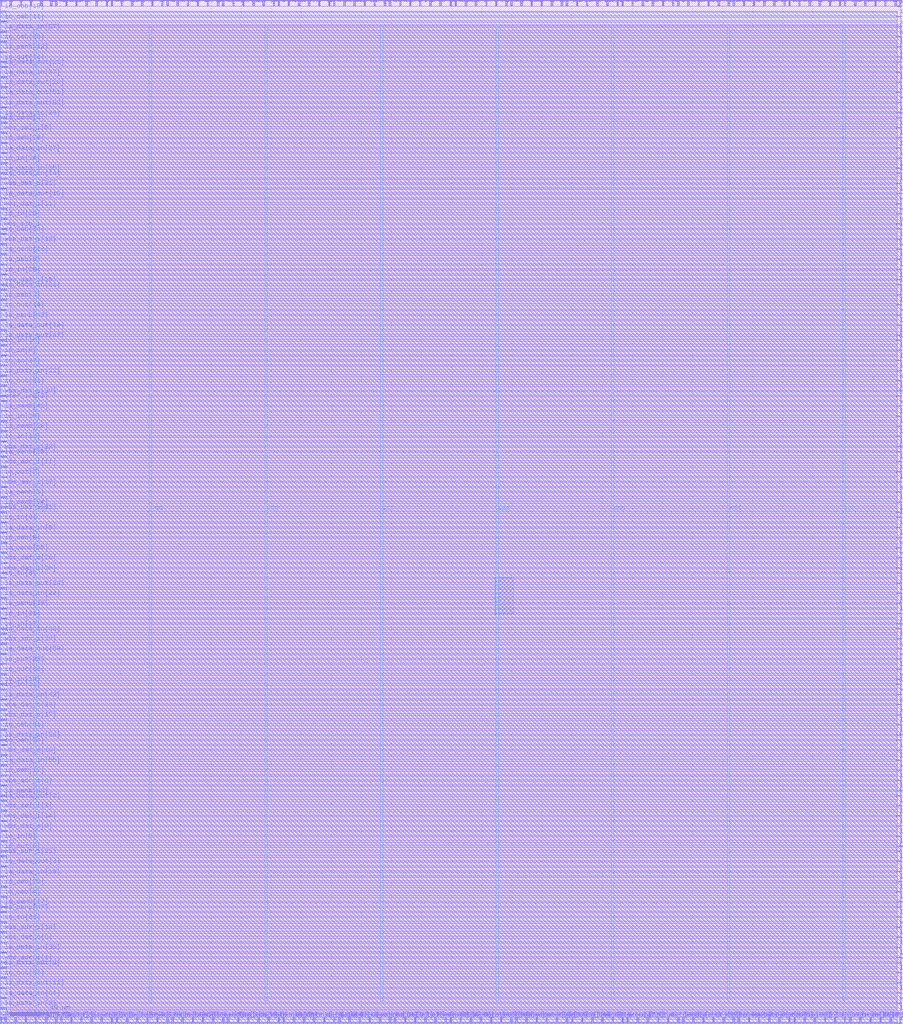
<source format=lef>
VERSION 5.7 ;
  NOWIREEXTENSIONATPIN ON ;
  DIVIDERCHAR "/" ;
  BUSBITCHARS "[]" ;
MACRO tiny_user_project
  CLASS BLOCK ;
  FOREIGN tiny_user_project ;
  ORIGIN 0.000 0.000 ;
  SIZE 600.000 BY 680.000 ;
  PIN io_in[0]
    DIRECTION INPUT ;
    USE SIGNAL ;
    PORT
      LAYER Metal3 ;
        RECT 1.000 443.520 4.000 444.080 ;
    END
  END io_in[0]
  PIN io_in[10]
    DIRECTION INPUT ;
    USE SIGNAL ;
    PORT
      LAYER Metal3 ;
        RECT 1.000 450.240 4.000 450.800 ;
    END
  END io_in[10]
  PIN io_in[11]
    DIRECTION INPUT ;
    USE SIGNAL ;
    PORT
      LAYER Metal3 ;
        RECT 1.000 221.760 4.000 222.320 ;
    END
  END io_in[11]
  PIN io_in[12]
    DIRECTION INPUT ;
    USE SIGNAL ;
    PORT
      LAYER Metal3 ;
        RECT 1.000 386.400 4.000 386.960 ;
    END
  END io_in[12]
  PIN io_in[13]
    DIRECTION INPUT ;
    USE SIGNAL ;
    PORT
      LAYER Metal3 ;
        RECT 1.000 262.080 4.000 262.640 ;
    END
  END io_in[13]
  PIN io_in[14]
    DIRECTION INPUT ;
    USE SIGNAL ;
    PORT
      LAYER Metal3 ;
        RECT 1.000 225.120 4.000 225.680 ;
    END
  END io_in[14]
  PIN io_in[15]
    DIRECTION INPUT ;
    USE SIGNAL ;
    PORT
      LAYER Metal2 ;
        RECT 299.040 676.000 299.600 679.000 ;
    END
  END io_in[15]
  PIN io_in[16]
    DIRECTION INPUT ;
    USE SIGNAL ;
    PORT
      LAYER Metal3 ;
        RECT 596.000 168.000 599.000 168.560 ;
    END
  END io_in[16]
  PIN io_in[17]
    DIRECTION INPUT ;
    USE SIGNAL ;
    PORT
      LAYER Metal3 ;
        RECT 596.000 641.760 599.000 642.320 ;
    END
  END io_in[17]
  PIN io_in[18]
    DIRECTION INPUT ;
    USE SIGNAL ;
    PORT
      LAYER Metal2 ;
        RECT 389.760 676.000 390.320 679.000 ;
    END
  END io_in[18]
  PIN io_in[19]
    DIRECTION INPUT ;
    USE SIGNAL ;
    PORT
      LAYER Metal3 ;
        RECT 596.000 26.880 599.000 27.440 ;
    END
  END io_in[19]
  PIN io_in[1]
    DIRECTION INPUT ;
    USE SIGNAL ;
    PORT
      LAYER Metal2 ;
        RECT 36.960 676.000 37.520 679.000 ;
    END
  END io_in[1]
  PIN io_in[20]
    DIRECTION INPUT ;
    USE SIGNAL ;
    PORT
      LAYER Metal2 ;
        RECT 470.400 676.000 470.960 679.000 ;
    END
  END io_in[20]
  PIN io_in[21]
    DIRECTION INPUT ;
    USE SIGNAL ;
    PORT
      LAYER Metal2 ;
        RECT 450.240 1.000 450.800 4.000 ;
    END
  END io_in[21]
  PIN io_in[22]
    DIRECTION INPUT ;
    USE SIGNAL ;
    PORT
      LAYER Metal2 ;
        RECT 598.080 676.000 598.640 679.000 ;
    END
  END io_in[22]
  PIN io_in[23]
    DIRECTION INPUT ;
    USE SIGNAL ;
    PORT
      LAYER Metal3 ;
        RECT 596.000 594.720 599.000 595.280 ;
    END
  END io_in[23]
  PIN io_in[24]
    DIRECTION INPUT ;
    USE SIGNAL ;
    PORT
      LAYER Metal2 ;
        RECT 527.520 1.000 528.080 4.000 ;
    END
  END io_in[24]
  PIN io_in[25]
    DIRECTION INPUT ;
    USE SIGNAL ;
    PORT
      LAYER Metal2 ;
        RECT 84.000 1.000 84.560 4.000 ;
    END
  END io_in[25]
  PIN io_in[26]
    DIRECTION INPUT ;
    USE SIGNAL ;
    PORT
      LAYER Metal3 ;
        RECT 1.000 534.240 4.000 534.800 ;
    END
  END io_in[26]
  PIN io_in[27]
    DIRECTION INPUT ;
    USE SIGNAL ;
    PORT
      LAYER Metal3 ;
        RECT 1.000 436.800 4.000 437.360 ;
    END
  END io_in[27]
  PIN io_in[28]
    DIRECTION INPUT ;
    USE SIGNAL ;
    PORT
      LAYER Metal3 ;
        RECT 1.000 497.280 4.000 497.840 ;
    END
  END io_in[28]
  PIN io_in[29]
    DIRECTION INPUT ;
    USE SIGNAL ;
    PORT
      LAYER Metal3 ;
        RECT 1.000 399.840 4.000 400.400 ;
    END
  END io_in[29]
  PIN io_in[2]
    DIRECTION INPUT ;
    USE SIGNAL ;
    PORT
      LAYER Metal3 ;
        RECT 596.000 675.360 599.000 675.920 ;
    END
  END io_in[2]
  PIN io_in[30]
    DIRECTION INPUT ;
    USE SIGNAL ;
    PORT
      LAYER Metal2 ;
        RECT 416.640 1.000 417.200 4.000 ;
    END
  END io_in[30]
  PIN io_in[31]
    DIRECTION INPUT ;
    USE SIGNAL ;
    PORT
      LAYER Metal3 ;
        RECT 1.000 268.800 4.000 269.360 ;
    END
  END io_in[31]
  PIN io_in[32]
    DIRECTION INPUT ;
    USE SIGNAL ;
    PORT
      LAYER Metal2 ;
        RECT 540.960 1.000 541.520 4.000 ;
    END
  END io_in[32]
  PIN io_in[33]
    DIRECTION INPUT ;
    USE SIGNAL ;
    PORT
      LAYER Metal3 ;
        RECT 1.000 67.200 4.000 67.760 ;
    END
  END io_in[33]
  PIN io_in[34]
    DIRECTION INPUT ;
    USE SIGNAL ;
    PORT
      LAYER Metal3 ;
        RECT 1.000 571.200 4.000 571.760 ;
    END
  END io_in[34]
  PIN io_in[35]
    DIRECTION INPUT ;
    USE SIGNAL ;
    PORT
      LAYER Metal2 ;
        RECT 530.880 676.000 531.440 679.000 ;
    END
  END io_in[35]
  PIN io_in[36]
    DIRECTION INPUT ;
    USE SIGNAL ;
    PORT
      LAYER Metal3 ;
        RECT 596.000 604.800 599.000 605.360 ;
    END
  END io_in[36]
  PIN io_in[37]
    DIRECTION INPUT ;
    USE SIGNAL ;
    PORT
      LAYER Metal3 ;
        RECT 596.000 527.520 599.000 528.080 ;
    END
  END io_in[37]
  PIN io_in[3]
    DIRECTION INPUT ;
    USE SIGNAL ;
    PORT
      LAYER Metal3 ;
        RECT 596.000 668.640 599.000 669.200 ;
    END
  END io_in[3]
  PIN io_in[4]
    DIRECTION INPUT ;
    USE SIGNAL ;
    PORT
      LAYER Metal3 ;
        RECT 596.000 329.280 599.000 329.840 ;
    END
  END io_in[4]
  PIN io_in[5]
    DIRECTION INPUT ;
    USE SIGNAL ;
    PORT
      LAYER Metal3 ;
        RECT 1.000 120.960 4.000 121.520 ;
    END
  END io_in[5]
  PIN io_in[6]
    DIRECTION INPUT ;
    USE SIGNAL ;
    PORT
      LAYER Metal3 ;
        RECT 596.000 161.280 599.000 161.840 ;
    END
  END io_in[6]
  PIN io_in[7]
    DIRECTION INPUT ;
    USE SIGNAL ;
    PORT
      LAYER Metal2 ;
        RECT 483.840 676.000 484.400 679.000 ;
    END
  END io_in[7]
  PIN io_in[8]
    DIRECTION INPUT ;
    USE SIGNAL ;
    PORT
      LAYER Metal3 ;
        RECT 1.000 295.680 4.000 296.240 ;
    END
  END io_in[8]
  PIN io_in[9]
    DIRECTION INPUT ;
    USE SIGNAL ;
    PORT
      LAYER Metal3 ;
        RECT 1.000 332.640 4.000 333.200 ;
    END
  END io_in[9]
  PIN io_oeb[0]
    DIRECTION OUTPUT TRISTATE ;
    USE SIGNAL ;
    PORT
      LAYER Metal3 ;
        RECT 596.000 490.560 599.000 491.120 ;
    END
  END io_oeb[0]
  PIN io_oeb[10]
    DIRECTION OUTPUT TRISTATE ;
    USE SIGNAL ;
    PORT
      LAYER Metal3 ;
        RECT 596.000 453.600 599.000 454.160 ;
    END
  END io_oeb[10]
  PIN io_oeb[11]
    DIRECTION OUTPUT TRISTATE ;
    USE SIGNAL ;
    PORT
      LAYER Metal3 ;
        RECT 1.000 665.280 4.000 665.840 ;
    END
  END io_oeb[11]
  PIN io_oeb[12]
    DIRECTION OUTPUT TRISTATE ;
    USE SIGNAL ;
    PORT
      LAYER Metal2 ;
        RECT 393.120 1.000 393.680 4.000 ;
    END
  END io_oeb[12]
  PIN io_oeb[13]
    DIRECTION OUTPUT TRISTATE ;
    USE SIGNAL ;
    PORT
      LAYER Metal3 ;
        RECT 1.000 164.640 4.000 165.200 ;
    END
  END io_oeb[13]
  PIN io_oeb[14]
    DIRECTION OUTPUT TRISTATE ;
    USE SIGNAL ;
    PORT
      LAYER Metal2 ;
        RECT 584.640 1.000 585.200 4.000 ;
    END
  END io_oeb[14]
  PIN io_oeb[15]
    DIRECTION OUTPUT TRISTATE ;
    USE SIGNAL ;
    PORT
      LAYER Metal2 ;
        RECT 366.240 676.000 366.800 679.000 ;
    END
  END io_oeb[15]
  PIN io_oeb[16]
    DIRECTION OUTPUT TRISTATE ;
    USE SIGNAL ;
    PORT
      LAYER Metal2 ;
        RECT 184.800 1.000 185.360 4.000 ;
    END
  END io_oeb[16]
  PIN io_oeb[17]
    DIRECTION OUTPUT TRISTATE ;
    USE SIGNAL ;
    PORT
      LAYER Metal2 ;
        RECT 60.480 1.000 61.040 4.000 ;
    END
  END io_oeb[17]
  PIN io_oeb[18]
    DIRECTION OUTPUT TRISTATE ;
    USE SIGNAL ;
    PORT
      LAYER Metal3 ;
        RECT 1.000 672.000 4.000 672.560 ;
    END
  END io_oeb[18]
  PIN io_oeb[19]
    DIRECTION OUTPUT TRISTATE ;
    USE SIGNAL ;
    PORT
      LAYER Metal2 ;
        RECT 184.800 676.000 185.360 679.000 ;
    END
  END io_oeb[19]
  PIN io_oeb[1]
    DIRECTION OUTPUT TRISTATE ;
    USE SIGNAL ;
    PORT
      LAYER Metal2 ;
        RECT 131.040 676.000 131.600 679.000 ;
    END
  END io_oeb[1]
  PIN io_oeb[20]
    DIRECTION OUTPUT TRISTATE ;
    USE SIGNAL ;
    PORT
      LAYER Metal2 ;
        RECT 329.280 676.000 329.840 679.000 ;
    END
  END io_oeb[20]
  PIN io_oeb[21]
    DIRECTION OUTPUT TRISTATE ;
    USE SIGNAL ;
    PORT
      LAYER Metal2 ;
        RECT 547.680 1.000 548.240 4.000 ;
    END
  END io_oeb[21]
  PIN io_oeb[22]
    DIRECTION OUTPUT TRISTATE ;
    USE SIGNAL ;
    PORT
      LAYER Metal3 ;
        RECT 596.000 204.960 599.000 205.520 ;
    END
  END io_oeb[22]
  PIN io_oeb[23]
    DIRECTION OUTPUT TRISTATE ;
    USE SIGNAL ;
    PORT
      LAYER Metal2 ;
        RECT 581.280 676.000 581.840 679.000 ;
    END
  END io_oeb[23]
  PIN io_oeb[24]
    DIRECTION OUTPUT TRISTATE ;
    USE SIGNAL ;
    PORT
      LAYER Metal3 ;
        RECT 1.000 184.800 4.000 185.360 ;
    END
  END io_oeb[24]
  PIN io_oeb[25]
    DIRECTION OUTPUT TRISTATE ;
    USE SIGNAL ;
    PORT
      LAYER Metal3 ;
        RECT 1.000 90.720 4.000 91.280 ;
    END
  END io_oeb[25]
  PIN io_oeb[26]
    DIRECTION OUTPUT TRISTATE ;
    USE SIGNAL ;
    PORT
      LAYER Metal3 ;
        RECT 1.000 584.640 4.000 585.200 ;
    END
  END io_oeb[26]
  PIN io_oeb[27]
    DIRECTION OUTPUT TRISTATE ;
    USE SIGNAL ;
    PORT
      LAYER Metal2 ;
        RECT 534.240 1.000 534.800 4.000 ;
    END
  END io_oeb[27]
  PIN io_oeb[28]
    DIRECTION OUTPUT TRISTATE ;
    USE SIGNAL ;
    PORT
      LAYER Metal3 ;
        RECT 1.000 651.840 4.000 652.400 ;
    END
  END io_oeb[28]
  PIN io_oeb[29]
    DIRECTION OUTPUT TRISTATE ;
    USE SIGNAL ;
    PORT
      LAYER Metal3 ;
        RECT 596.000 366.240 599.000 366.800 ;
    END
  END io_oeb[29]
  PIN io_oeb[2]
    DIRECTION OUTPUT TRISTATE ;
    USE SIGNAL ;
    PORT
      LAYER Metal3 ;
        RECT 596.000 285.600 599.000 286.160 ;
    END
  END io_oeb[2]
  PIN io_oeb[30]
    DIRECTION OUTPUT TRISTATE ;
    USE SIGNAL ;
    PORT
      LAYER Metal3 ;
        RECT 596.000 0.000 599.000 0.560 ;
    END
  END io_oeb[30]
  PIN io_oeb[31]
    DIRECTION OUTPUT TRISTATE ;
    USE SIGNAL ;
    PORT
      LAYER Metal3 ;
        RECT 1.000 194.880 4.000 195.440 ;
    END
  END io_oeb[31]
  PIN io_oeb[32]
    DIRECTION OUTPUT TRISTATE ;
    USE SIGNAL ;
    PORT
      LAYER Metal2 ;
        RECT 520.800 676.000 521.360 679.000 ;
    END
  END io_oeb[32]
  PIN io_oeb[33]
    DIRECTION OUTPUT TRISTATE ;
    USE SIGNAL ;
    PORT
      LAYER Metal3 ;
        RECT 596.000 144.480 599.000 145.040 ;
    END
  END io_oeb[33]
  PIN io_oeb[34]
    DIRECTION OUTPUT TRISTATE ;
    USE SIGNAL ;
    PORT
      LAYER Metal3 ;
        RECT 1.000 524.160 4.000 524.720 ;
    END
  END io_oeb[34]
  PIN io_oeb[35]
    DIRECTION OUTPUT TRISTATE ;
    USE SIGNAL ;
    PORT
      LAYER Metal3 ;
        RECT 596.000 618.240 599.000 618.800 ;
    END
  END io_oeb[35]
  PIN io_oeb[36]
    DIRECTION OUTPUT TRISTATE ;
    USE SIGNAL ;
    PORT
      LAYER Metal2 ;
        RECT 315.840 676.000 316.400 679.000 ;
    END
  END io_oeb[36]
  PIN io_oeb[37]
    DIRECTION OUTPUT TRISTATE ;
    USE SIGNAL ;
    PORT
      LAYER Metal3 ;
        RECT 596.000 299.040 599.000 299.600 ;
    END
  END io_oeb[37]
  PIN io_oeb[3]
    DIRECTION OUTPUT TRISTATE ;
    USE SIGNAL ;
    PORT
      LAYER Metal3 ;
        RECT 1.000 480.480 4.000 481.040 ;
    END
  END io_oeb[3]
  PIN io_oeb[4]
    DIRECTION OUTPUT TRISTATE ;
    USE SIGNAL ;
    PORT
      LAYER Metal3 ;
        RECT 1.000 84.000 4.000 84.560 ;
    END
  END io_oeb[4]
  PIN io_oeb[5]
    DIRECTION OUTPUT TRISTATE ;
    USE SIGNAL ;
    PORT
      LAYER Metal2 ;
        RECT 426.720 676.000 427.280 679.000 ;
    END
  END io_oeb[5]
  PIN io_oeb[6]
    DIRECTION OUTPUT TRISTATE ;
    USE SIGNAL ;
    PORT
      LAYER Metal3 ;
        RECT 1.000 504.000 4.000 504.560 ;
    END
  END io_oeb[6]
  PIN io_oeb[7]
    DIRECTION OUTPUT TRISTATE ;
    USE SIGNAL ;
    PORT
      LAYER Metal2 ;
        RECT 265.440 676.000 266.000 679.000 ;
    END
  END io_oeb[7]
  PIN io_oeb[8]
    DIRECTION OUTPUT TRISTATE ;
    USE SIGNAL ;
    PORT
      LAYER Metal3 ;
        RECT 1.000 319.200 4.000 319.760 ;
    END
  END io_oeb[8]
  PIN io_oeb[9]
    DIRECTION OUTPUT TRISTATE ;
    USE SIGNAL ;
    PORT
      LAYER Metal3 ;
        RECT 596.000 661.920 599.000 662.480 ;
    END
  END io_oeb[9]
  PIN io_out[0]
    DIRECTION OUTPUT TRISTATE ;
    USE SIGNAL ;
    PORT
      LAYER Metal2 ;
        RECT 63.840 676.000 64.400 679.000 ;
    END
  END io_out[0]
  PIN io_out[10]
    DIRECTION OUTPUT TRISTATE ;
    USE SIGNAL ;
    PORT
      LAYER Metal2 ;
        RECT 154.560 676.000 155.120 679.000 ;
    END
  END io_out[10]
  PIN io_out[11]
    DIRECTION OUTPUT TRISTATE ;
    USE SIGNAL ;
    PORT
      LAYER Metal2 ;
        RECT 413.280 1.000 413.840 4.000 ;
    END
  END io_out[11]
  PIN io_out[12]
    DIRECTION OUTPUT TRISTATE ;
    USE SIGNAL ;
    PORT
      LAYER Metal2 ;
        RECT 588.000 676.000 588.560 679.000 ;
    END
  END io_out[12]
  PIN io_out[13]
    DIRECTION OUTPUT TRISTATE ;
    USE SIGNAL ;
    PORT
      LAYER Metal3 ;
        RECT 1.000 638.400 4.000 638.960 ;
    END
  END io_out[13]
  PIN io_out[14]
    DIRECTION OUTPUT TRISTATE ;
    USE SIGNAL ;
    PORT
      LAYER Metal3 ;
        RECT 1.000 473.760 4.000 474.320 ;
    END
  END io_out[14]
  PIN io_out[15]
    DIRECTION OUTPUT TRISTATE ;
    USE SIGNAL ;
    PORT
      LAYER Metal2 ;
        RECT 258.720 1.000 259.280 4.000 ;
    END
  END io_out[15]
  PIN io_out[16]
    DIRECTION OUTPUT TRISTATE ;
    USE SIGNAL ;
    PORT
      LAYER Metal3 ;
        RECT 596.000 574.560 599.000 575.120 ;
    END
  END io_out[16]
  PIN io_out[17]
    DIRECTION OUTPUT TRISTATE ;
    USE SIGNAL ;
    PORT
      LAYER Metal2 ;
        RECT 73.920 1.000 74.480 4.000 ;
    END
  END io_out[17]
  PIN io_out[18]
    DIRECTION OUTPUT TRISTATE ;
    USE SIGNAL ;
    PORT
      LAYER Metal2 ;
        RECT 598.080 1.000 598.640 4.000 ;
    END
  END io_out[18]
  PIN io_out[19]
    DIRECTION OUTPUT TRISTATE ;
    USE SIGNAL ;
    PORT
      LAYER Metal2 ;
        RECT 100.800 676.000 101.360 679.000 ;
    END
  END io_out[19]
  PIN io_out[1]
    DIRECTION OUTPUT TRISTATE ;
    USE SIGNAL ;
    PORT
      LAYER Metal2 ;
        RECT 40.320 1.000 40.880 4.000 ;
    END
  END io_out[1]
  PIN io_out[20]
    DIRECTION OUTPUT TRISTATE ;
    USE SIGNAL ;
    PORT
      LAYER Metal3 ;
        RECT 596.000 100.800 599.000 101.360 ;
    END
  END io_out[20]
  PIN io_out[21]
    DIRECTION OUTPUT TRISTATE ;
    USE SIGNAL ;
    PORT
      LAYER Metal3 ;
        RECT 1.000 423.360 4.000 423.920 ;
    END
  END io_out[21]
  PIN io_out[22]
    DIRECTION OUTPUT TRISTATE ;
    USE SIGNAL ;
    PORT
      LAYER Metal3 ;
        RECT 596.000 181.440 599.000 182.000 ;
    END
  END io_out[22]
  PIN io_out[23]
    DIRECTION OUTPUT TRISTATE ;
    USE SIGNAL ;
    PORT
      LAYER Metal3 ;
        RECT 1.000 238.560 4.000 239.120 ;
    END
  END io_out[23]
  PIN io_out[24]
    DIRECTION OUTPUT TRISTATE ;
    USE SIGNAL ;
    PORT
      LAYER Metal2 ;
        RECT 561.120 1.000 561.680 4.000 ;
    END
  END io_out[24]
  PIN io_out[25]
    DIRECTION OUTPUT TRISTATE ;
    USE SIGNAL ;
    PORT
      LAYER Metal3 ;
        RECT 596.000 57.120 599.000 57.680 ;
    END
  END io_out[25]
  PIN io_out[26]
    DIRECTION OUTPUT TRISTATE ;
    USE SIGNAL ;
    PORT
      LAYER Metal2 ;
        RECT 268.800 1.000 269.360 4.000 ;
    END
  END io_out[26]
  PIN io_out[27]
    DIRECTION OUTPUT TRISTATE ;
    USE SIGNAL ;
    PORT
      LAYER Metal2 ;
        RECT 215.040 1.000 215.600 4.000 ;
    END
  END io_out[27]
  PIN io_out[28]
    DIRECTION OUTPUT TRISTATE ;
    USE SIGNAL ;
    PORT
      LAYER Metal2 ;
        RECT 409.920 676.000 410.480 679.000 ;
    END
  END io_out[28]
  PIN io_out[29]
    DIRECTION OUTPUT TRISTATE ;
    USE SIGNAL ;
    PORT
      LAYER Metal2 ;
        RECT 436.800 1.000 437.360 4.000 ;
    END
  END io_out[29]
  PIN io_out[2]
    DIRECTION OUTPUT TRISTATE ;
    USE SIGNAL ;
    PORT
      LAYER Metal3 ;
        RECT 596.000 265.440 599.000 266.000 ;
    END
  END io_out[2]
  PIN io_out[30]
    DIRECTION OUTPUT TRISTATE ;
    USE SIGNAL ;
    PORT
      LAYER Metal2 ;
        RECT 544.320 676.000 544.880 679.000 ;
    END
  END io_out[30]
  PIN io_out[31]
    DIRECTION OUTPUT TRISTATE ;
    USE SIGNAL ;
    PORT
      LAYER Metal2 ;
        RECT 225.120 1.000 225.680 4.000 ;
    END
  END io_out[31]
  PIN io_out[32]
    DIRECTION OUTPUT TRISTATE ;
    USE SIGNAL ;
    PORT
      LAYER Metal2 ;
        RECT 359.520 676.000 360.080 679.000 ;
    END
  END io_out[32]
  PIN io_out[33]
    DIRECTION OUTPUT TRISTATE ;
    USE SIGNAL ;
    PORT
      LAYER Metal3 ;
        RECT 1.000 231.840 4.000 232.400 ;
    END
  END io_out[33]
  PIN io_out[34]
    DIRECTION OUTPUT TRISTATE ;
    USE SIGNAL ;
    PORT
      LAYER Metal2 ;
        RECT 423.360 1.000 423.920 4.000 ;
    END
  END io_out[34]
  PIN io_out[35]
    DIRECTION OUTPUT TRISTATE ;
    USE SIGNAL ;
    PORT
      LAYER Metal2 ;
        RECT 379.680 1.000 380.240 4.000 ;
    END
  END io_out[35]
  PIN io_out[36]
    DIRECTION OUTPUT TRISTATE ;
    USE SIGNAL ;
    PORT
      LAYER Metal2 ;
        RECT 151.200 1.000 151.760 4.000 ;
    END
  END io_out[36]
  PIN io_out[37]
    DIRECTION OUTPUT TRISTATE ;
    USE SIGNAL ;
    PORT
      LAYER Metal3 ;
        RECT 1.000 30.240 4.000 30.800 ;
    END
  END io_out[37]
  PIN io_out[3]
    DIRECTION OUTPUT TRISTATE ;
    USE SIGNAL ;
    PORT
      LAYER Metal2 ;
        RECT 255.360 676.000 255.920 679.000 ;
    END
  END io_out[3]
  PIN io_out[4]
    DIRECTION OUTPUT TRISTATE ;
    USE SIGNAL ;
    PORT
      LAYER Metal2 ;
        RECT 295.680 1.000 296.240 4.000 ;
    END
  END io_out[4]
  PIN io_out[5]
    DIRECTION OUTPUT TRISTATE ;
    USE SIGNAL ;
    PORT
      LAYER Metal2 ;
        RECT 228.480 676.000 229.040 679.000 ;
    END
  END io_out[5]
  PIN io_out[6]
    DIRECTION OUTPUT TRISTATE ;
    USE SIGNAL ;
    PORT
      LAYER Metal3 ;
        RECT 1.000 114.240 4.000 114.800 ;
    END
  END io_out[6]
  PIN io_out[7]
    DIRECTION OUTPUT TRISTATE ;
    USE SIGNAL ;
    PORT
      LAYER Metal3 ;
        RECT 1.000 362.880 4.000 363.440 ;
    END
  END io_out[7]
  PIN io_out[8]
    DIRECTION OUTPUT TRISTATE ;
    USE SIGNAL ;
    PORT
      LAYER Metal2 ;
        RECT 467.040 1.000 467.600 4.000 ;
    END
  END io_out[8]
  PIN io_out[9]
    DIRECTION OUTPUT TRISTATE ;
    USE SIGNAL ;
    PORT
      LAYER Metal2 ;
        RECT 164.640 1.000 165.200 4.000 ;
    END
  END io_out[9]
  PIN la_data_in[0]
    DIRECTION INPUT ;
    USE SIGNAL ;
    PORT
      LAYER Metal3 ;
        RECT 1.000 325.920 4.000 326.480 ;
    END
  END la_data_in[0]
  PIN la_data_in[10]
    DIRECTION INPUT ;
    USE SIGNAL ;
    PORT
      LAYER Metal3 ;
        RECT 596.000 638.400 599.000 638.960 ;
    END
  END la_data_in[10]
  PIN la_data_in[11]
    DIRECTION INPUT ;
    USE SIGNAL ;
    PORT
      LAYER Metal3 ;
        RECT 596.000 322.560 599.000 323.120 ;
    END
  END la_data_in[11]
  PIN la_data_in[12]
    DIRECTION INPUT ;
    USE SIGNAL ;
    PORT
      LAYER Metal2 ;
        RECT 194.880 1.000 195.440 4.000 ;
    END
  END la_data_in[12]
  PIN la_data_in[13]
    DIRECTION INPUT ;
    USE SIGNAL ;
    PORT
      LAYER Metal2 ;
        RECT 218.400 676.000 218.960 679.000 ;
    END
  END la_data_in[13]
  PIN la_data_in[14]
    DIRECTION INPUT ;
    USE SIGNAL ;
    PORT
      LAYER Metal3 ;
        RECT 1.000 561.120 4.000 561.680 ;
    END
  END la_data_in[14]
  PIN la_data_in[15]
    DIRECTION INPUT ;
    USE SIGNAL ;
    PORT
      LAYER Metal3 ;
        RECT 596.000 500.640 599.000 501.200 ;
    END
  END la_data_in[15]
  PIN la_data_in[16]
    DIRECTION INPUT ;
    USE SIGNAL ;
    PORT
      LAYER Metal2 ;
        RECT 20.160 676.000 20.720 679.000 ;
    END
  END la_data_in[16]
  PIN la_data_in[17]
    DIRECTION INPUT ;
    USE SIGNAL ;
    PORT
      LAYER Metal3 ;
        RECT 596.000 137.760 599.000 138.320 ;
    END
  END la_data_in[17]
  PIN la_data_in[18]
    DIRECTION INPUT ;
    USE SIGNAL ;
    PORT
      LAYER Metal2 ;
        RECT 278.880 676.000 279.440 679.000 ;
    END
  END la_data_in[18]
  PIN la_data_in[19]
    DIRECTION INPUT ;
    USE SIGNAL ;
    PORT
      LAYER Metal3 ;
        RECT 1.000 97.440 4.000 98.000 ;
    END
  END la_data_in[19]
  PIN la_data_in[1]
    DIRECTION INPUT ;
    USE SIGNAL ;
    PORT
      LAYER Metal2 ;
        RECT 107.520 676.000 108.080 679.000 ;
    END
  END la_data_in[1]
  PIN la_data_in[20]
    DIRECTION INPUT ;
    USE SIGNAL ;
    PORT
      LAYER Metal3 ;
        RECT 596.000 174.720 599.000 175.280 ;
    END
  END la_data_in[20]
  PIN la_data_in[21]
    DIRECTION INPUT ;
    USE SIGNAL ;
    PORT
      LAYER Metal3 ;
        RECT 1.000 487.200 4.000 487.760 ;
    END
  END la_data_in[21]
  PIN la_data_in[22]
    DIRECTION INPUT ;
    USE SIGNAL ;
    PORT
      LAYER Metal3 ;
        RECT 1.000 282.240 4.000 282.800 ;
    END
  END la_data_in[22]
  PIN la_data_in[23]
    DIRECTION INPUT ;
    USE SIGNAL ;
    PORT
      LAYER Metal3 ;
        RECT 596.000 520.800 599.000 521.360 ;
    END
  END la_data_in[23]
  PIN la_data_in[24]
    DIRECTION INPUT ;
    USE SIGNAL ;
    PORT
      LAYER Metal2 ;
        RECT 285.600 676.000 286.160 679.000 ;
    END
  END la_data_in[24]
  PIN la_data_in[25]
    DIRECTION INPUT ;
    USE SIGNAL ;
    PORT
      LAYER Metal2 ;
        RECT 94.080 676.000 94.640 679.000 ;
    END
  END la_data_in[25]
  PIN la_data_in[26]
    DIRECTION INPUT ;
    USE SIGNAL ;
    PORT
      LAYER Metal2 ;
        RECT 352.800 676.000 353.360 679.000 ;
    END
  END la_data_in[26]
  PIN la_data_in[27]
    DIRECTION INPUT ;
    USE SIGNAL ;
    PORT
      LAYER Metal3 ;
        RECT 1.000 577.920 4.000 578.480 ;
    END
  END la_data_in[27]
  PIN la_data_in[28]
    DIRECTION INPUT ;
    USE SIGNAL ;
    PORT
      LAYER Metal3 ;
        RECT 1.000 601.440 4.000 602.000 ;
    END
  END la_data_in[28]
  PIN la_data_in[29]
    DIRECTION INPUT ;
    USE SIGNAL ;
    PORT
      LAYER Metal3 ;
        RECT 596.000 198.240 599.000 198.800 ;
    END
  END la_data_in[29]
  PIN la_data_in[2]
    DIRECTION INPUT ;
    USE SIGNAL ;
    PORT
      LAYER Metal2 ;
        RECT 241.920 676.000 242.480 679.000 ;
    END
  END la_data_in[2]
  PIN la_data_in[30]
    DIRECTION INPUT ;
    USE SIGNAL ;
    PORT
      LAYER Metal3 ;
        RECT 1.000 47.040 4.000 47.600 ;
    END
  END la_data_in[30]
  PIN la_data_in[31]
    DIRECTION INPUT ;
    USE SIGNAL ;
    PORT
      LAYER Metal2 ;
        RECT 500.640 676.000 501.200 679.000 ;
    END
  END la_data_in[31]
  PIN la_data_in[32]
    DIRECTION INPUT ;
    USE SIGNAL ;
    PORT
      LAYER Metal3 ;
        RECT 1.000 258.720 4.000 259.280 ;
    END
  END la_data_in[32]
  PIN la_data_in[33]
    DIRECTION INPUT ;
    USE SIGNAL ;
    PORT
      LAYER Metal3 ;
        RECT 1.000 430.080 4.000 430.640 ;
    END
  END la_data_in[33]
  PIN la_data_in[34]
    DIRECTION INPUT ;
    USE SIGNAL ;
    PORT
      LAYER Metal2 ;
        RECT 6.720 676.000 7.280 679.000 ;
    END
  END la_data_in[34]
  PIN la_data_in[35]
    DIRECTION INPUT ;
    USE SIGNAL ;
    PORT
      LAYER Metal3 ;
        RECT 1.000 564.480 4.000 565.040 ;
    END
  END la_data_in[35]
  PIN la_data_in[36]
    DIRECTION INPUT ;
    USE SIGNAL ;
    PORT
      LAYER Metal2 ;
        RECT 453.600 1.000 454.160 4.000 ;
    END
  END la_data_in[36]
  PIN la_data_in[37]
    DIRECTION INPUT ;
    USE SIGNAL ;
    PORT
      LAYER Metal3 ;
        RECT 1.000 628.320 4.000 628.880 ;
    END
  END la_data_in[37]
  PIN la_data_in[38]
    DIRECTION INPUT ;
    USE SIGNAL ;
    PORT
      LAYER Metal2 ;
        RECT 288.960 1.000 289.520 4.000 ;
    END
  END la_data_in[38]
  PIN la_data_in[39]
    DIRECTION INPUT ;
    USE SIGNAL ;
    PORT
      LAYER Metal2 ;
        RECT 309.120 676.000 309.680 679.000 ;
    END
  END la_data_in[39]
  PIN la_data_in[3]
    DIRECTION INPUT ;
    USE SIGNAL ;
    PORT
      LAYER Metal3 ;
        RECT 596.000 389.760 599.000 390.320 ;
    END
  END la_data_in[3]
  PIN la_data_in[40]
    DIRECTION INPUT ;
    USE SIGNAL ;
    PORT
      LAYER Metal2 ;
        RECT 221.760 1.000 222.320 4.000 ;
    END
  END la_data_in[40]
  PIN la_data_in[41]
    DIRECTION INPUT ;
    USE SIGNAL ;
    PORT
      LAYER Metal2 ;
        RECT 305.760 1.000 306.320 4.000 ;
    END
  END la_data_in[41]
  PIN la_data_in[42]
    DIRECTION INPUT ;
    USE SIGNAL ;
    PORT
      LAYER Metal3 ;
        RECT 1.000 215.040 4.000 215.600 ;
    END
  END la_data_in[42]
  PIN la_data_in[43]
    DIRECTION INPUT ;
    USE SIGNAL ;
    PORT
      LAYER Metal2 ;
        RECT 561.120 676.000 561.680 679.000 ;
    END
  END la_data_in[43]
  PIN la_data_in[44]
    DIRECTION INPUT ;
    USE SIGNAL ;
    PORT
      LAYER Metal3 ;
        RECT 596.000 43.680 599.000 44.240 ;
    END
  END la_data_in[44]
  PIN la_data_in[45]
    DIRECTION INPUT ;
    USE SIGNAL ;
    PORT
      LAYER Metal2 ;
        RECT 208.320 1.000 208.880 4.000 ;
    END
  END la_data_in[45]
  PIN la_data_in[46]
    DIRECTION INPUT ;
    USE SIGNAL ;
    PORT
      LAYER Metal3 ;
        RECT 596.000 507.360 599.000 507.920 ;
    END
  END la_data_in[46]
  PIN la_data_in[47]
    DIRECTION INPUT ;
    USE SIGNAL ;
    PORT
      LAYER Metal2 ;
        RECT 399.840 1.000 400.400 4.000 ;
    END
  END la_data_in[47]
  PIN la_data_in[48]
    DIRECTION INPUT ;
    USE SIGNAL ;
    PORT
      LAYER Metal2 ;
        RECT 258.720 676.000 259.280 679.000 ;
    END
  END la_data_in[48]
  PIN la_data_in[49]
    DIRECTION INPUT ;
    USE SIGNAL ;
    PORT
      LAYER Metal2 ;
        RECT 204.960 676.000 205.520 679.000 ;
    END
  END la_data_in[49]
  PIN la_data_in[4]
    DIRECTION INPUT ;
    USE SIGNAL ;
    PORT
      LAYER Metal2 ;
        RECT 13.440 676.000 14.000 679.000 ;
    END
  END la_data_in[4]
  PIN la_data_in[50]
    DIRECTION INPUT ;
    USE SIGNAL ;
    PORT
      LAYER Metal2 ;
        RECT 211.680 676.000 212.240 679.000 ;
    END
  END la_data_in[50]
  PIN la_data_in[51]
    DIRECTION INPUT ;
    USE SIGNAL ;
    PORT
      LAYER Metal2 ;
        RECT 299.040 1.000 299.600 4.000 ;
    END
  END la_data_in[51]
  PIN la_data_in[52]
    DIRECTION INPUT ;
    USE SIGNAL ;
    PORT
      LAYER Metal3 ;
        RECT 596.000 255.360 599.000 255.920 ;
    END
  END la_data_in[52]
  PIN la_data_in[53]
    DIRECTION INPUT ;
    USE SIGNAL ;
    PORT
      LAYER Metal2 ;
        RECT 456.960 676.000 457.520 679.000 ;
    END
  END la_data_in[53]
  PIN la_data_in[54]
    DIRECTION INPUT ;
    USE SIGNAL ;
    PORT
      LAYER Metal2 ;
        RECT 413.280 676.000 413.840 679.000 ;
    END
  END la_data_in[54]
  PIN la_data_in[55]
    DIRECTION INPUT ;
    USE SIGNAL ;
    PORT
      LAYER Metal3 ;
        RECT 1.000 171.360 4.000 171.920 ;
    END
  END la_data_in[55]
  PIN la_data_in[56]
    DIRECTION INPUT ;
    USE SIGNAL ;
    PORT
      LAYER Metal3 ;
        RECT 1.000 188.160 4.000 188.720 ;
    END
  END la_data_in[56]
  PIN la_data_in[57]
    DIRECTION INPUT ;
    USE SIGNAL ;
    PORT
      LAYER Metal3 ;
        RECT 1.000 658.560 4.000 659.120 ;
    END
  END la_data_in[57]
  PIN la_data_in[58]
    DIRECTION INPUT ;
    USE SIGNAL ;
    PORT
      LAYER Metal2 ;
        RECT 231.840 1.000 232.400 4.000 ;
    END
  END la_data_in[58]
  PIN la_data_in[59]
    DIRECTION INPUT ;
    USE SIGNAL ;
    PORT
      LAYER Metal3 ;
        RECT 596.000 624.960 599.000 625.520 ;
    END
  END la_data_in[59]
  PIN la_data_in[5]
    DIRECTION INPUT ;
    USE SIGNAL ;
    PORT
      LAYER Metal2 ;
        RECT 110.880 1.000 111.440 4.000 ;
    END
  END la_data_in[5]
  PIN la_data_in[60]
    DIRECTION INPUT ;
    USE SIGNAL ;
    PORT
      LAYER Metal3 ;
        RECT 596.000 463.680 599.000 464.240 ;
    END
  END la_data_in[60]
  PIN la_data_in[61]
    DIRECTION INPUT ;
    USE SIGNAL ;
    PORT
      LAYER Metal3 ;
        RECT 1.000 16.800 4.000 17.360 ;
    END
  END la_data_in[61]
  PIN la_data_in[62]
    DIRECTION INPUT ;
    USE SIGNAL ;
    PORT
      LAYER Metal2 ;
        RECT 376.320 1.000 376.880 4.000 ;
    END
  END la_data_in[62]
  PIN la_data_in[63]
    DIRECTION INPUT ;
    USE SIGNAL ;
    PORT
      LAYER Metal2 ;
        RECT 124.320 676.000 124.880 679.000 ;
    END
  END la_data_in[63]
  PIN la_data_in[6]
    DIRECTION INPUT ;
    USE SIGNAL ;
    PORT
      LAYER Metal2 ;
        RECT 127.680 1.000 128.240 4.000 ;
    END
  END la_data_in[6]
  PIN la_data_in[7]
    DIRECTION INPUT ;
    USE SIGNAL ;
    PORT
      LAYER Metal3 ;
        RECT 596.000 272.160 599.000 272.720 ;
    END
  END la_data_in[7]
  PIN la_data_in[8]
    DIRECTION INPUT ;
    USE SIGNAL ;
    PORT
      LAYER Metal3 ;
        RECT 1.000 10.080 4.000 10.640 ;
    END
  END la_data_in[8]
  PIN la_data_in[9]
    DIRECTION INPUT ;
    USE SIGNAL ;
    PORT
      LAYER Metal2 ;
        RECT 537.600 676.000 538.160 679.000 ;
    END
  END la_data_in[9]
  PIN la_data_out[0]
    DIRECTION OUTPUT TRISTATE ;
    USE SIGNAL ;
    PORT
      LAYER Metal2 ;
        RECT 514.080 676.000 514.640 679.000 ;
    END
  END la_data_out[0]
  PIN la_data_out[10]
    DIRECTION OUTPUT TRISTATE ;
    USE SIGNAL ;
    PORT
      LAYER Metal3 ;
        RECT 596.000 383.040 599.000 383.600 ;
    END
  END la_data_out[10]
  PIN la_data_out[11]
    DIRECTION OUTPUT TRISTATE ;
    USE SIGNAL ;
    PORT
      LAYER Metal3 ;
        RECT 1.000 23.520 4.000 24.080 ;
    END
  END la_data_out[11]
  PIN la_data_out[12]
    DIRECTION OUTPUT TRISTATE ;
    USE SIGNAL ;
    PORT
      LAYER Metal3 ;
        RECT 1.000 460.320 4.000 460.880 ;
    END
  END la_data_out[12]
  PIN la_data_out[13]
    DIRECTION OUTPUT TRISTATE ;
    USE SIGNAL ;
    PORT
      LAYER Metal2 ;
        RECT 238.560 1.000 239.120 4.000 ;
    END
  END la_data_out[13]
  PIN la_data_out[14]
    DIRECTION OUTPUT TRISTATE ;
    USE SIGNAL ;
    PORT
      LAYER Metal3 ;
        RECT 596.000 302.400 599.000 302.960 ;
    END
  END la_data_out[14]
  PIN la_data_out[15]
    DIRECTION OUTPUT TRISTATE ;
    USE SIGNAL ;
    PORT
      LAYER Metal3 ;
        RECT 1.000 547.680 4.000 548.240 ;
    END
  END la_data_out[15]
  PIN la_data_out[16]
    DIRECTION OUTPUT TRISTATE ;
    USE SIGNAL ;
    PORT
      LAYER Metal3 ;
        RECT 596.000 396.480 599.000 397.040 ;
    END
  END la_data_out[16]
  PIN la_data_out[17]
    DIRECTION OUTPUT TRISTATE ;
    USE SIGNAL ;
    PORT
      LAYER Metal2 ;
        RECT 272.160 676.000 272.720 679.000 ;
    END
  END la_data_out[17]
  PIN la_data_out[18]
    DIRECTION OUTPUT TRISTATE ;
    USE SIGNAL ;
    PORT
      LAYER Metal3 ;
        RECT 596.000 567.840 599.000 568.400 ;
    END
  END la_data_out[18]
  PIN la_data_out[19]
    DIRECTION OUTPUT TRISTATE ;
    USE SIGNAL ;
    PORT
      LAYER Metal2 ;
        RECT 339.360 1.000 339.920 4.000 ;
    END
  END la_data_out[19]
  PIN la_data_out[1]
    DIRECTION OUTPUT TRISTATE ;
    USE SIGNAL ;
    PORT
      LAYER Metal3 ;
        RECT 596.000 339.360 599.000 339.920 ;
    END
  END la_data_out[1]
  PIN la_data_out[20]
    DIRECTION OUTPUT TRISTATE ;
    USE SIGNAL ;
    PORT
      LAYER Metal3 ;
        RECT 596.000 131.040 599.000 131.600 ;
    END
  END la_data_out[20]
  PIN la_data_out[21]
    DIRECTION OUTPUT TRISTATE ;
    USE SIGNAL ;
    PORT
      LAYER Metal3 ;
        RECT 1.000 635.040 4.000 635.600 ;
    END
  END la_data_out[21]
  PIN la_data_out[22]
    DIRECTION OUTPUT TRISTATE ;
    USE SIGNAL ;
    PORT
      LAYER Metal3 ;
        RECT 596.000 440.160 599.000 440.720 ;
    END
  END la_data_out[22]
  PIN la_data_out[23]
    DIRECTION OUTPUT TRISTATE ;
    USE SIGNAL ;
    PORT
      LAYER Metal2 ;
        RECT 188.160 1.000 188.720 4.000 ;
    END
  END la_data_out[23]
  PIN la_data_out[24]
    DIRECTION OUTPUT TRISTATE ;
    USE SIGNAL ;
    PORT
      LAYER Metal3 ;
        RECT 1.000 288.960 4.000 289.520 ;
    END
  END la_data_out[24]
  PIN la_data_out[25]
    DIRECTION OUTPUT TRISTATE ;
    USE SIGNAL ;
    PORT
      LAYER Metal2 ;
        RECT 342.720 1.000 343.280 4.000 ;
    END
  END la_data_out[25]
  PIN la_data_out[26]
    DIRECTION OUTPUT TRISTATE ;
    USE SIGNAL ;
    PORT
      LAYER Metal3 ;
        RECT 1.000 621.600 4.000 622.160 ;
    END
  END la_data_out[26]
  PIN la_data_out[27]
    DIRECTION OUTPUT TRISTATE ;
    USE SIGNAL ;
    PORT
      LAYER Metal2 ;
        RECT 346.080 676.000 346.640 679.000 ;
    END
  END la_data_out[27]
  PIN la_data_out[28]
    DIRECTION OUTPUT TRISTATE ;
    USE SIGNAL ;
    PORT
      LAYER Metal3 ;
        RECT 596.000 551.040 599.000 551.600 ;
    END
  END la_data_out[28]
  PIN la_data_out[29]
    DIRECTION OUTPUT TRISTATE ;
    USE SIGNAL ;
    PORT
      LAYER Metal2 ;
        RECT 275.520 1.000 276.080 4.000 ;
    END
  END la_data_out[29]
  PIN la_data_out[2]
    DIRECTION OUTPUT TRISTATE ;
    USE SIGNAL ;
    PORT
      LAYER Metal3 ;
        RECT 1.000 147.840 4.000 148.400 ;
    END
  END la_data_out[2]
  PIN la_data_out[30]
    DIRECTION OUTPUT TRISTATE ;
    USE SIGNAL ;
    PORT
      LAYER Metal3 ;
        RECT 596.000 336.000 599.000 336.560 ;
    END
  END la_data_out[30]
  PIN la_data_out[31]
    DIRECTION OUTPUT TRISTATE ;
    USE SIGNAL ;
    PORT
      LAYER Metal3 ;
        RECT 596.000 70.560 599.000 71.120 ;
    END
  END la_data_out[31]
  PIN la_data_out[32]
    DIRECTION OUTPUT TRISTATE ;
    USE SIGNAL ;
    PORT
      LAYER Metal2 ;
        RECT 336.000 676.000 336.560 679.000 ;
    END
  END la_data_out[32]
  PIN la_data_out[33]
    DIRECTION OUTPUT TRISTATE ;
    USE SIGNAL ;
    PORT
      LAYER Metal3 ;
        RECT 596.000 154.560 599.000 155.120 ;
    END
  END la_data_out[33]
  PIN la_data_out[34]
    DIRECTION OUTPUT TRISTATE ;
    USE SIGNAL ;
    PORT
      LAYER Metal2 ;
        RECT 312.480 1.000 313.040 4.000 ;
    END
  END la_data_out[34]
  PIN la_data_out[35]
    DIRECTION OUTPUT TRISTATE ;
    USE SIGNAL ;
    PORT
      LAYER Metal2 ;
        RECT 302.400 676.000 302.960 679.000 ;
    END
  END la_data_out[35]
  PIN la_data_out[36]
    DIRECTION OUTPUT TRISTATE ;
    USE SIGNAL ;
    PORT
      LAYER Metal3 ;
        RECT 596.000 557.760 599.000 558.320 ;
    END
  END la_data_out[36]
  PIN la_data_out[37]
    DIRECTION OUTPUT TRISTATE ;
    USE SIGNAL ;
    PORT
      LAYER Metal3 ;
        RECT 596.000 292.320 599.000 292.880 ;
    END
  END la_data_out[37]
  PIN la_data_out[38]
    DIRECTION OUTPUT TRISTATE ;
    USE SIGNAL ;
    PORT
      LAYER Metal3 ;
        RECT 596.000 50.400 599.000 50.960 ;
    END
  END la_data_out[38]
  PIN la_data_out[39]
    DIRECTION OUTPUT TRISTATE ;
    USE SIGNAL ;
    PORT
      LAYER Metal3 ;
        RECT 596.000 124.320 599.000 124.880 ;
    END
  END la_data_out[39]
  PIN la_data_out[3]
    DIRECTION OUTPUT TRISTATE ;
    USE SIGNAL ;
    PORT
      LAYER Metal3 ;
        RECT 1.000 104.160 4.000 104.720 ;
    END
  END la_data_out[3]
  PIN la_data_out[40]
    DIRECTION OUTPUT TRISTATE ;
    USE SIGNAL ;
    PORT
      LAYER Metal3 ;
        RECT 596.000 20.160 599.000 20.720 ;
    END
  END la_data_out[40]
  PIN la_data_out[41]
    DIRECTION OUTPUT TRISTATE ;
    USE SIGNAL ;
    PORT
      LAYER Metal3 ;
        RECT 596.000 235.200 599.000 235.760 ;
    END
  END la_data_out[41]
  PIN la_data_out[42]
    DIRECTION OUTPUT TRISTATE ;
    USE SIGNAL ;
    PORT
      LAYER Metal3 ;
        RECT 596.000 581.280 599.000 581.840 ;
    END
  END la_data_out[42]
  PIN la_data_out[43]
    DIRECTION OUTPUT TRISTATE ;
    USE SIGNAL ;
    PORT
      LAYER Metal2 ;
        RECT 36.960 1.000 37.520 4.000 ;
    END
  END la_data_out[43]
  PIN la_data_out[44]
    DIRECTION OUTPUT TRISTATE ;
    USE SIGNAL ;
    PORT
      LAYER Metal2 ;
        RECT 262.080 1.000 262.640 4.000 ;
    END
  END la_data_out[44]
  PIN la_data_out[45]
    DIRECTION OUTPUT TRISTATE ;
    USE SIGNAL ;
    PORT
      LAYER Metal2 ;
        RECT 57.120 676.000 57.680 679.000 ;
    END
  END la_data_out[45]
  PIN la_data_out[46]
    DIRECTION OUTPUT TRISTATE ;
    USE SIGNAL ;
    PORT
      LAYER Metal2 ;
        RECT 50.400 676.000 50.960 679.000 ;
    END
  END la_data_out[46]
  PIN la_data_out[47]
    DIRECTION OUTPUT TRISTATE ;
    USE SIGNAL ;
    PORT
      LAYER Metal3 ;
        RECT 1.000 453.600 4.000 454.160 ;
    END
  END la_data_out[47]
  PIN la_data_out[48]
    DIRECTION OUTPUT TRISTATE ;
    USE SIGNAL ;
    PORT
      LAYER Metal2 ;
        RECT 147.840 1.000 148.400 4.000 ;
    END
  END la_data_out[48]
  PIN la_data_out[49]
    DIRECTION OUTPUT TRISTATE ;
    USE SIGNAL ;
    PORT
      LAYER Metal2 ;
        RECT 577.920 1.000 578.480 4.000 ;
    END
  END la_data_out[49]
  PIN la_data_out[4]
    DIRECTION OUTPUT TRISTATE ;
    USE SIGNAL ;
    PORT
      LAYER Metal2 ;
        RECT 322.560 676.000 323.120 679.000 ;
    END
  END la_data_out[4]
  PIN la_data_out[50]
    DIRECTION OUTPUT TRISTATE ;
    USE SIGNAL ;
    PORT
      LAYER Metal2 ;
        RECT 181.440 676.000 182.000 679.000 ;
    END
  END la_data_out[50]
  PIN la_data_out[51]
    DIRECTION OUTPUT TRISTATE ;
    USE SIGNAL ;
    PORT
      LAYER Metal3 ;
        RECT 1.000 614.880 4.000 615.440 ;
    END
  END la_data_out[51]
  PIN la_data_out[52]
    DIRECTION OUTPUT TRISTATE ;
    USE SIGNAL ;
    PORT
      LAYER Metal3 ;
        RECT 596.000 80.640 599.000 81.200 ;
    END
  END la_data_out[52]
  PIN la_data_out[53]
    DIRECTION OUTPUT TRISTATE ;
    USE SIGNAL ;
    PORT
      LAYER Metal3 ;
        RECT 1.000 608.160 4.000 608.720 ;
    END
  END la_data_out[53]
  PIN la_data_out[54]
    DIRECTION OUTPUT TRISTATE ;
    USE SIGNAL ;
    PORT
      LAYER Metal3 ;
        RECT 596.000 477.120 599.000 477.680 ;
    END
  END la_data_out[54]
  PIN la_data_out[55]
    DIRECTION OUTPUT TRISTATE ;
    USE SIGNAL ;
    PORT
      LAYER Metal2 ;
        RECT 198.240 676.000 198.800 679.000 ;
    END
  END la_data_out[55]
  PIN la_data_out[56]
    DIRECTION OUTPUT TRISTATE ;
    USE SIGNAL ;
    PORT
      LAYER Metal3 ;
        RECT 596.000 191.520 599.000 192.080 ;
    END
  END la_data_out[56]
  PIN la_data_out[57]
    DIRECTION OUTPUT TRISTATE ;
    USE SIGNAL ;
    PORT
      LAYER Metal2 ;
        RECT 446.880 676.000 447.440 679.000 ;
    END
  END la_data_out[57]
  PIN la_data_out[58]
    DIRECTION OUTPUT TRISTATE ;
    USE SIGNAL ;
    PORT
      LAYER Metal3 ;
        RECT 596.000 483.840 599.000 484.400 ;
    END
  END la_data_out[58]
  PIN la_data_out[59]
    DIRECTION OUTPUT TRISTATE ;
    USE SIGNAL ;
    PORT
      LAYER Metal3 ;
        RECT 1.000 245.280 4.000 245.840 ;
    END
  END la_data_out[59]
  PIN la_data_out[5]
    DIRECTION OUTPUT TRISTATE ;
    USE SIGNAL ;
    PORT
      LAYER Metal3 ;
        RECT 596.000 420.000 599.000 420.560 ;
    END
  END la_data_out[5]
  PIN la_data_out[60]
    DIRECTION OUTPUT TRISTATE ;
    USE SIGNAL ;
    PORT
      LAYER Metal2 ;
        RECT 477.120 676.000 477.680 679.000 ;
    END
  END la_data_out[60]
  PIN la_data_out[61]
    DIRECTION OUTPUT TRISTATE ;
    USE SIGNAL ;
    PORT
      LAYER Metal2 ;
        RECT 171.360 1.000 171.920 4.000 ;
    END
  END la_data_out[61]
  PIN la_data_out[62]
    DIRECTION OUTPUT TRISTATE ;
    USE SIGNAL ;
    PORT
      LAYER Metal2 ;
        RECT 554.400 1.000 554.960 4.000 ;
    END
  END la_data_out[62]
  PIN la_data_out[63]
    DIRECTION OUTPUT TRISTATE ;
    USE SIGNAL ;
    PORT
      LAYER Metal3 ;
        RECT 596.000 87.360 599.000 87.920 ;
    END
  END la_data_out[63]
  PIN la_data_out[6]
    DIRECTION OUTPUT TRISTATE ;
    USE SIGNAL ;
    PORT
      LAYER Metal3 ;
        RECT 596.000 225.120 599.000 225.680 ;
    END
  END la_data_out[6]
  PIN la_data_out[7]
    DIRECTION OUTPUT TRISTATE ;
    USE SIGNAL ;
    PORT
      LAYER Metal2 ;
        RECT 574.560 676.000 575.120 679.000 ;
    END
  END la_data_out[7]
  PIN la_data_out[8]
    DIRECTION OUTPUT TRISTATE ;
    USE SIGNAL ;
    PORT
      LAYER Metal3 ;
        RECT 1.000 36.960 4.000 37.520 ;
    END
  END la_data_out[8]
  PIN la_data_out[9]
    DIRECTION OUTPUT TRISTATE ;
    USE SIGNAL ;
    PORT
      LAYER Metal3 ;
        RECT 596.000 346.080 599.000 346.640 ;
    END
  END la_data_out[9]
  PIN la_oenb[0]
    DIRECTION INPUT ;
    USE SIGNAL ;
    PORT
      LAYER Metal3 ;
        RECT 596.000 278.880 599.000 279.440 ;
    END
  END la_oenb[0]
  PIN la_oenb[10]
    DIRECTION INPUT ;
    USE SIGNAL ;
    PORT
      LAYER Metal3 ;
        RECT 596.000 493.920 599.000 494.480 ;
    END
  END la_oenb[10]
  PIN la_oenb[11]
    DIRECTION INPUT ;
    USE SIGNAL ;
    PORT
      LAYER Metal3 ;
        RECT 596.000 403.200 599.000 403.760 ;
    END
  END la_oenb[11]
  PIN la_oenb[12]
    DIRECTION INPUT ;
    USE SIGNAL ;
    PORT
      LAYER Metal3 ;
        RECT 1.000 645.120 4.000 645.680 ;
    END
  END la_oenb[12]
  PIN la_oenb[13]
    DIRECTION INPUT ;
    USE SIGNAL ;
    PORT
      LAYER Metal3 ;
        RECT 1.000 510.720 4.000 511.280 ;
    END
  END la_oenb[13]
  PIN la_oenb[14]
    DIRECTION INPUT ;
    USE SIGNAL ;
    PORT
      LAYER Metal2 ;
        RECT 473.760 1.000 474.320 4.000 ;
    END
  END la_oenb[14]
  PIN la_oenb[15]
    DIRECTION INPUT ;
    USE SIGNAL ;
    PORT
      LAYER Metal2 ;
        RECT 564.480 1.000 565.040 4.000 ;
    END
  END la_oenb[15]
  PIN la_oenb[16]
    DIRECTION INPUT ;
    USE SIGNAL ;
    PORT
      LAYER Metal2 ;
        RECT 90.720 1.000 91.280 4.000 ;
    END
  END la_oenb[16]
  PIN la_oenb[17]
    DIRECTION INPUT ;
    USE SIGNAL ;
    PORT
      LAYER Metal3 ;
        RECT 1.000 77.280 4.000 77.840 ;
    END
  END la_oenb[17]
  PIN la_oenb[18]
    DIRECTION INPUT ;
    USE SIGNAL ;
    PORT
      LAYER Metal2 ;
        RECT 0.000 676.000 0.560 679.000 ;
    END
  END la_oenb[18]
  PIN la_oenb[19]
    DIRECTION INPUT ;
    USE SIGNAL ;
    PORT
      LAYER Metal3 ;
        RECT 596.000 94.080 599.000 94.640 ;
    END
  END la_oenb[19]
  PIN la_oenb[1]
    DIRECTION INPUT ;
    USE SIGNAL ;
    PORT
      LAYER Metal2 ;
        RECT 80.640 676.000 81.200 679.000 ;
    END
  END la_oenb[1]
  PIN la_oenb[20]
    DIRECTION INPUT ;
    USE SIGNAL ;
    PORT
      LAYER Metal3 ;
        RECT 1.000 376.320 4.000 376.880 ;
    END
  END la_oenb[20]
  PIN la_oenb[21]
    DIRECTION INPUT ;
    USE SIGNAL ;
    PORT
      LAYER Metal2 ;
        RECT 221.760 676.000 222.320 679.000 ;
    END
  END la_oenb[21]
  PIN la_oenb[22]
    DIRECTION INPUT ;
    USE SIGNAL ;
    PORT
      LAYER Metal2 ;
        RECT 433.440 676.000 434.000 679.000 ;
    END
  END la_oenb[22]
  PIN la_oenb[23]
    DIRECTION INPUT ;
    USE SIGNAL ;
    PORT
      LAYER Metal2 ;
        RECT 178.080 1.000 178.640 4.000 ;
    END
  END la_oenb[23]
  PIN la_oenb[24]
    DIRECTION INPUT ;
    USE SIGNAL ;
    PORT
      LAYER Metal3 ;
        RECT 596.000 433.440 599.000 434.000 ;
    END
  END la_oenb[24]
  PIN la_oenb[25]
    DIRECTION INPUT ;
    USE SIGNAL ;
    PORT
      LAYER Metal2 ;
        RECT 571.200 1.000 571.760 4.000 ;
    END
  END la_oenb[25]
  PIN la_oenb[26]
    DIRECTION INPUT ;
    USE SIGNAL ;
    PORT
      LAYER Metal2 ;
        RECT 87.360 676.000 87.920 679.000 ;
    END
  END la_oenb[26]
  PIN la_oenb[27]
    DIRECTION INPUT ;
    USE SIGNAL ;
    PORT
      LAYER Metal2 ;
        RECT 114.240 1.000 114.800 4.000 ;
    END
  END la_oenb[27]
  PIN la_oenb[28]
    DIRECTION INPUT ;
    USE SIGNAL ;
    PORT
      LAYER Metal3 ;
        RECT 1.000 393.120 4.000 393.680 ;
    END
  END la_oenb[28]
  PIN la_oenb[29]
    DIRECTION INPUT ;
    USE SIGNAL ;
    PORT
      LAYER Metal3 ;
        RECT 596.000 648.480 599.000 649.040 ;
    END
  END la_oenb[29]
  PIN la_oenb[2]
    DIRECTION INPUT ;
    USE SIGNAL ;
    PORT
      LAYER Metal2 ;
        RECT 594.720 676.000 595.280 679.000 ;
    END
  END la_oenb[2]
  PIN la_oenb[30]
    DIRECTION INPUT ;
    USE SIGNAL ;
    PORT
      LAYER Metal3 ;
        RECT 596.000 588.000 599.000 588.560 ;
    END
  END la_oenb[30]
  PIN la_oenb[31]
    DIRECTION INPUT ;
    USE SIGNAL ;
    PORT
      LAYER Metal2 ;
        RECT 235.200 676.000 235.760 679.000 ;
    END
  END la_oenb[31]
  PIN la_oenb[32]
    DIRECTION INPUT ;
    USE SIGNAL ;
    PORT
      LAYER Metal3 ;
        RECT 596.000 564.480 599.000 565.040 ;
    END
  END la_oenb[32]
  PIN la_oenb[33]
    DIRECTION INPUT ;
    USE SIGNAL ;
    PORT
      LAYER Metal2 ;
        RECT 325.920 1.000 326.480 4.000 ;
    END
  END la_oenb[33]
  PIN la_oenb[34]
    DIRECTION INPUT ;
    USE SIGNAL ;
    PORT
      LAYER Metal2 ;
        RECT 70.560 676.000 71.120 679.000 ;
    END
  END la_oenb[34]
  PIN la_oenb[35]
    DIRECTION INPUT ;
    USE SIGNAL ;
    PORT
      LAYER Metal2 ;
        RECT 16.800 1.000 17.360 4.000 ;
    END
  END la_oenb[35]
  PIN la_oenb[36]
    DIRECTION INPUT ;
    USE SIGNAL ;
    PORT
      LAYER Metal2 ;
        RECT 3.360 1.000 3.920 4.000 ;
    END
  END la_oenb[36]
  PIN la_oenb[37]
    DIRECTION INPUT ;
    USE SIGNAL ;
    PORT
      LAYER Metal2 ;
        RECT 43.680 676.000 44.240 679.000 ;
    END
  END la_oenb[37]
  PIN la_oenb[38]
    DIRECTION INPUT ;
    USE SIGNAL ;
    PORT
      LAYER Metal2 ;
        RECT 332.640 1.000 333.200 4.000 ;
    END
  END la_oenb[38]
  PIN la_oenb[39]
    DIRECTION INPUT ;
    USE SIGNAL ;
    PORT
      LAYER Metal3 ;
        RECT 1.000 275.520 4.000 276.080 ;
    END
  END la_oenb[39]
  PIN la_oenb[3]
    DIRECTION INPUT ;
    USE SIGNAL ;
    PORT
      LAYER Metal3 ;
        RECT 1.000 349.440 4.000 350.000 ;
    END
  END la_oenb[3]
  PIN la_oenb[40]
    DIRECTION INPUT ;
    USE SIGNAL ;
    PORT
      LAYER Metal3 ;
        RECT 596.000 117.600 599.000 118.160 ;
    END
  END la_oenb[40]
  PIN la_oenb[41]
    DIRECTION INPUT ;
    USE SIGNAL ;
    PORT
      LAYER Metal2 ;
        RECT 191.520 676.000 192.080 679.000 ;
    END
  END la_oenb[41]
  PIN la_oenb[42]
    DIRECTION INPUT ;
    USE SIGNAL ;
    PORT
      LAYER Metal3 ;
        RECT 1.000 406.560 4.000 407.120 ;
    END
  END la_oenb[42]
  PIN la_oenb[43]
    DIRECTION INPUT ;
    USE SIGNAL ;
    PORT
      LAYER Metal2 ;
        RECT 120.960 1.000 121.520 4.000 ;
    END
  END la_oenb[43]
  PIN la_oenb[44]
    DIRECTION INPUT ;
    USE SIGNAL ;
    PORT
      LAYER Metal2 ;
        RECT 282.240 1.000 282.800 4.000 ;
    END
  END la_oenb[44]
  PIN la_oenb[45]
    DIRECTION INPUT ;
    USE SIGNAL ;
    PORT
      LAYER Metal2 ;
        RECT 487.200 676.000 487.760 679.000 ;
    END
  END la_oenb[45]
  PIN la_oenb[46]
    DIRECTION INPUT ;
    USE SIGNAL ;
    PORT
      LAYER Metal2 ;
        RECT 510.720 1.000 511.280 4.000 ;
    END
  END la_oenb[46]
  PIN la_oenb[47]
    DIRECTION INPUT ;
    USE SIGNAL ;
    PORT
      LAYER Metal3 ;
        RECT 1.000 73.920 4.000 74.480 ;
    END
  END la_oenb[47]
  PIN la_oenb[48]
    DIRECTION INPUT ;
    USE SIGNAL ;
    PORT
      LAYER Metal3 ;
        RECT 1.000 467.040 4.000 467.600 ;
    END
  END la_oenb[48]
  PIN la_oenb[49]
    DIRECTION INPUT ;
    USE SIGNAL ;
    PORT
      LAYER Metal3 ;
        RECT 1.000 3.360 4.000 3.920 ;
    END
  END la_oenb[49]
  PIN la_oenb[4]
    DIRECTION INPUT ;
    USE SIGNAL ;
    PORT
      LAYER Metal3 ;
        RECT 1.000 598.080 4.000 598.640 ;
    END
  END la_oenb[4]
  PIN la_oenb[50]
    DIRECTION INPUT ;
    USE SIGNAL ;
    PORT
      LAYER Metal2 ;
        RECT 490.560 1.000 491.120 4.000 ;
    END
  END la_oenb[50]
  PIN la_oenb[51]
    DIRECTION INPUT ;
    USE SIGNAL ;
    PORT
      LAYER Metal2 ;
        RECT 168.000 676.000 168.560 679.000 ;
    END
  END la_oenb[51]
  PIN la_oenb[52]
    DIRECTION INPUT ;
    USE SIGNAL ;
    PORT
      LAYER Metal3 ;
        RECT 596.000 33.600 599.000 34.160 ;
    END
  END la_oenb[52]
  PIN la_oenb[53]
    DIRECTION INPUT ;
    USE SIGNAL ;
    PORT
      LAYER Metal3 ;
        RECT 596.000 446.880 599.000 447.440 ;
    END
  END la_oenb[53]
  PIN la_oenb[54]
    DIRECTION INPUT ;
    USE SIGNAL ;
    PORT
      LAYER Metal3 ;
        RECT 1.000 342.720 4.000 343.280 ;
    END
  END la_oenb[54]
  PIN la_oenb[55]
    DIRECTION INPUT ;
    USE SIGNAL ;
    PORT
      LAYER Metal3 ;
        RECT 596.000 372.960 599.000 373.520 ;
    END
  END la_oenb[55]
  PIN la_oenb[56]
    DIRECTION INPUT ;
    USE SIGNAL ;
    PORT
      LAYER Metal2 ;
        RECT 487.200 1.000 487.760 4.000 ;
    END
  END la_oenb[56]
  PIN la_oenb[57]
    DIRECTION INPUT ;
    USE SIGNAL ;
    PORT
      LAYER Metal2 ;
        RECT 524.160 676.000 524.720 679.000 ;
    END
  END la_oenb[57]
  PIN la_oenb[58]
    DIRECTION INPUT ;
    USE SIGNAL ;
    PORT
      LAYER Metal3 ;
        RECT 596.000 107.520 599.000 108.080 ;
    END
  END la_oenb[58]
  PIN la_oenb[59]
    DIRECTION INPUT ;
    USE SIGNAL ;
    PORT
      LAYER Metal2 ;
        RECT 339.360 676.000 339.920 679.000 ;
    END
  END la_oenb[59]
  PIN la_oenb[5]
    DIRECTION INPUT ;
    USE SIGNAL ;
    PORT
      LAYER Metal2 ;
        RECT 591.360 1.000 591.920 4.000 ;
    END
  END la_oenb[5]
  PIN la_oenb[60]
    DIRECTION INPUT ;
    USE SIGNAL ;
    PORT
      LAYER Metal3 ;
        RECT 1.000 312.480 4.000 313.040 ;
    END
  END la_oenb[60]
  PIN la_oenb[61]
    DIRECTION INPUT ;
    USE SIGNAL ;
    PORT
      LAYER Metal2 ;
        RECT 77.280 1.000 77.840 4.000 ;
    END
  END la_oenb[61]
  PIN la_oenb[62]
    DIRECTION INPUT ;
    USE SIGNAL ;
    PORT
      LAYER Metal3 ;
        RECT 596.000 359.520 599.000 360.080 ;
    END
  END la_oenb[62]
  PIN la_oenb[63]
    DIRECTION INPUT ;
    USE SIGNAL ;
    PORT
      LAYER Metal3 ;
        RECT 1.000 151.200 4.000 151.760 ;
    END
  END la_oenb[63]
  PIN la_oenb[6]
    DIRECTION INPUT ;
    USE SIGNAL ;
    PORT
      LAYER Metal3 ;
        RECT 596.000 456.960 599.000 457.520 ;
    END
  END la_oenb[6]
  PIN la_oenb[7]
    DIRECTION INPUT ;
    USE SIGNAL ;
    PORT
      LAYER Metal2 ;
        RECT 157.920 1.000 158.480 4.000 ;
    END
  END la_oenb[7]
  PIN la_oenb[8]
    DIRECTION INPUT ;
    USE SIGNAL ;
    PORT
      LAYER Metal3 ;
        RECT 596.000 6.720 599.000 7.280 ;
    END
  END la_oenb[8]
  PIN la_oenb[9]
    DIRECTION INPUT ;
    USE SIGNAL ;
    PORT
      LAYER Metal2 ;
        RECT 144.480 676.000 145.040 679.000 ;
    END
  END la_oenb[9]
  PIN user_clock2
    DIRECTION INPUT ;
    USE SIGNAL ;
    PORT
      LAYER Metal2 ;
        RECT 507.360 676.000 507.920 679.000 ;
    END
  END user_clock2
  PIN user_irq[0]
    DIRECTION OUTPUT TRISTATE ;
    USE SIGNAL ;
    PORT
      LAYER Metal3 ;
        RECT 596.000 530.880 599.000 531.440 ;
    END
  END user_irq[0]
  PIN user_irq[1]
    DIRECTION OUTPUT TRISTATE ;
    USE SIGNAL ;
    PORT
      LAYER Metal2 ;
        RECT 117.600 676.000 118.160 679.000 ;
    END
  END user_irq[1]
  PIN user_irq[2]
    DIRECTION OUTPUT TRISTATE ;
    USE SIGNAL ;
    PORT
      LAYER Metal3 ;
        RECT 1.000 413.280 4.000 413.840 ;
    END
  END user_irq[2]
  PIN vdd
    DIRECTION INOUT ;
    USE POWER ;
    PORT
      LAYER Metal4 ;
        RECT 22.240 15.380 23.840 662.780 ;
    END
    PORT
      LAYER Metal4 ;
        RECT 175.840 15.380 177.440 662.780 ;
    END
    PORT
      LAYER Metal4 ;
        RECT 329.440 15.380 331.040 662.780 ;
    END
    PORT
      LAYER Metal4 ;
        RECT 483.040 15.380 484.640 662.780 ;
    END
  END vdd
  PIN vss
    DIRECTION INOUT ;
    USE GROUND ;
    PORT
      LAYER Metal4 ;
        RECT 99.040 15.380 100.640 662.780 ;
    END
    PORT
      LAYER Metal4 ;
        RECT 252.640 15.380 254.240 662.780 ;
    END
    PORT
      LAYER Metal4 ;
        RECT 406.240 15.380 407.840 662.780 ;
    END
    PORT
      LAYER Metal4 ;
        RECT 559.840 15.380 561.440 662.780 ;
    END
  END vss
  PIN wb_clk_i
    DIRECTION INPUT ;
    USE SIGNAL ;
    PORT
      LAYER Metal3 ;
        RECT 596.000 151.200 599.000 151.760 ;
    END
  END wb_clk_i
  PIN wb_rst_i
    DIRECTION INPUT ;
    USE SIGNAL ;
    PORT
      LAYER Metal2 ;
        RECT 73.920 676.000 74.480 679.000 ;
    END
  END wb_rst_i
  PIN wbs_ack_o
    DIRECTION OUTPUT TRISTATE ;
    USE SIGNAL ;
    PORT
      LAYER Metal3 ;
        RECT 596.000 262.080 599.000 262.640 ;
    END
  END wbs_ack_o
  PIN wbs_adr_i[0]
    DIRECTION INPUT ;
    USE SIGNAL ;
    PORT
      LAYER Metal2 ;
        RECT 383.040 676.000 383.600 679.000 ;
    END
  END wbs_adr_i[0]
  PIN wbs_adr_i[10]
    DIRECTION INPUT ;
    USE SIGNAL ;
    PORT
      LAYER Metal2 ;
        RECT 248.640 676.000 249.200 679.000 ;
    END
  END wbs_adr_i[10]
  PIN wbs_adr_i[11]
    DIRECTION INPUT ;
    USE SIGNAL ;
    PORT
      LAYER Metal3 ;
        RECT 1.000 369.600 4.000 370.160 ;
    END
  END wbs_adr_i[11]
  PIN wbs_adr_i[12]
    DIRECTION INPUT ;
    USE SIGNAL ;
    PORT
      LAYER Metal2 ;
        RECT 53.760 1.000 54.320 4.000 ;
    END
  END wbs_adr_i[12]
  PIN wbs_adr_i[13]
    DIRECTION INPUT ;
    USE SIGNAL ;
    PORT
      LAYER Metal2 ;
        RECT 356.160 1.000 356.720 4.000 ;
    END
  END wbs_adr_i[13]
  PIN wbs_adr_i[14]
    DIRECTION INPUT ;
    USE SIGNAL ;
    PORT
      LAYER Metal3 ;
        RECT 1.000 60.480 4.000 61.040 ;
    END
  END wbs_adr_i[14]
  PIN wbs_adr_i[15]
    DIRECTION INPUT ;
    USE SIGNAL ;
    PORT
      LAYER Metal3 ;
        RECT 596.000 470.400 599.000 470.960 ;
    END
  END wbs_adr_i[15]
  PIN wbs_adr_i[16]
    DIRECTION INPUT ;
    USE SIGNAL ;
    PORT
      LAYER Metal2 ;
        RECT 406.560 1.000 407.120 4.000 ;
    END
  END wbs_adr_i[16]
  PIN wbs_adr_i[17]
    DIRECTION INPUT ;
    USE SIGNAL ;
    PORT
      LAYER Metal3 ;
        RECT 1.000 356.160 4.000 356.720 ;
    END
  END wbs_adr_i[17]
  PIN wbs_adr_i[18]
    DIRECTION INPUT ;
    USE SIGNAL ;
    PORT
      LAYER Metal3 ;
        RECT 596.000 241.920 599.000 242.480 ;
    END
  END wbs_adr_i[18]
  PIN wbs_adr_i[19]
    DIRECTION INPUT ;
    USE SIGNAL ;
    PORT
      LAYER Metal3 ;
        RECT 596.000 13.440 599.000 14.000 ;
    END
  END wbs_adr_i[19]
  PIN wbs_adr_i[1]
    DIRECTION INPUT ;
    USE SIGNAL ;
    PORT
      LAYER Metal3 ;
        RECT 1.000 40.320 4.000 40.880 ;
    END
  END wbs_adr_i[1]
  PIN wbs_adr_i[20]
    DIRECTION INPUT ;
    USE SIGNAL ;
    PORT
      LAYER Metal2 ;
        RECT 557.760 676.000 558.320 679.000 ;
    END
  END wbs_adr_i[20]
  PIN wbs_adr_i[21]
    DIRECTION INPUT ;
    USE SIGNAL ;
    PORT
      LAYER Metal2 ;
        RECT 362.880 1.000 363.440 4.000 ;
    END
  END wbs_adr_i[21]
  PIN wbs_adr_i[22]
    DIRECTION INPUT ;
    USE SIGNAL ;
    PORT
      LAYER Metal2 ;
        RECT 517.440 1.000 518.000 4.000 ;
    END
  END wbs_adr_i[22]
  PIN wbs_adr_i[23]
    DIRECTION INPUT ;
    USE SIGNAL ;
    PORT
      LAYER Metal3 ;
        RECT 596.000 188.160 599.000 188.720 ;
    END
  END wbs_adr_i[23]
  PIN wbs_adr_i[24]
    DIRECTION INPUT ;
    USE SIGNAL ;
    PORT
      LAYER Metal2 ;
        RECT 33.600 676.000 34.160 679.000 ;
    END
  END wbs_adr_i[24]
  PIN wbs_adr_i[25]
    DIRECTION INPUT ;
    USE SIGNAL ;
    PORT
      LAYER Metal3 ;
        RECT 1.000 110.880 4.000 111.440 ;
    END
  END wbs_adr_i[25]
  PIN wbs_adr_i[26]
    DIRECTION INPUT ;
    USE SIGNAL ;
    PORT
      LAYER Metal2 ;
        RECT 67.200 1.000 67.760 4.000 ;
    END
  END wbs_adr_i[26]
  PIN wbs_adr_i[27]
    DIRECTION INPUT ;
    USE SIGNAL ;
    PORT
      LAYER Metal2 ;
        RECT 174.720 676.000 175.280 679.000 ;
    END
  END wbs_adr_i[27]
  PIN wbs_adr_i[28]
    DIRECTION INPUT ;
    USE SIGNAL ;
    PORT
      LAYER Metal3 ;
        RECT 596.000 416.640 599.000 417.200 ;
    END
  END wbs_adr_i[28]
  PIN wbs_adr_i[29]
    DIRECTION INPUT ;
    USE SIGNAL ;
    PORT
      LAYER Metal3 ;
        RECT 596.000 655.200 599.000 655.760 ;
    END
  END wbs_adr_i[29]
  PIN wbs_adr_i[2]
    DIRECTION INPUT ;
    USE SIGNAL ;
    PORT
      LAYER Metal2 ;
        RECT 252.000 1.000 252.560 4.000 ;
    END
  END wbs_adr_i[2]
  PIN wbs_adr_i[30]
    DIRECTION INPUT ;
    USE SIGNAL ;
    PORT
      LAYER Metal3 ;
        RECT 1.000 252.000 4.000 252.560 ;
    END
  END wbs_adr_i[30]
  PIN wbs_adr_i[31]
    DIRECTION INPUT ;
    USE SIGNAL ;
    PORT
      LAYER Metal3 ;
        RECT 596.000 309.120 599.000 309.680 ;
    END
  END wbs_adr_i[31]
  PIN wbs_adr_i[3]
    DIRECTION INPUT ;
    USE SIGNAL ;
    PORT
      LAYER Metal2 ;
        RECT 497.280 1.000 497.840 4.000 ;
    END
  END wbs_adr_i[3]
  PIN wbs_adr_i[4]
    DIRECTION INPUT ;
    USE SIGNAL ;
    PORT
      LAYER Metal2 ;
        RECT 450.240 676.000 450.800 679.000 ;
    END
  END wbs_adr_i[4]
  PIN wbs_adr_i[5]
    DIRECTION INPUT ;
    USE SIGNAL ;
    PORT
      LAYER Metal2 ;
        RECT 480.480 1.000 481.040 4.000 ;
    END
  END wbs_adr_i[5]
  PIN wbs_adr_i[6]
    DIRECTION INPUT ;
    USE SIGNAL ;
    PORT
      LAYER Metal3 ;
        RECT 1.000 157.920 4.000 158.480 ;
    END
  END wbs_adr_i[6]
  PIN wbs_adr_i[7]
    DIRECTION INPUT ;
    USE SIGNAL ;
    PORT
      LAYER Metal2 ;
        RECT 30.240 1.000 30.800 4.000 ;
    END
  END wbs_adr_i[7]
  PIN wbs_adr_i[8]
    DIRECTION INPUT ;
    USE SIGNAL ;
    PORT
      LAYER Metal3 ;
        RECT 596.000 40.320 599.000 40.880 ;
    END
  END wbs_adr_i[8]
  PIN wbs_adr_i[9]
    DIRECTION INPUT ;
    USE SIGNAL ;
    PORT
      LAYER Metal3 ;
        RECT 596.000 211.680 599.000 212.240 ;
    END
  END wbs_adr_i[9]
  PIN wbs_cyc_i
    DIRECTION INPUT ;
    USE SIGNAL ;
    PORT
      LAYER Metal2 ;
        RECT 161.280 676.000 161.840 679.000 ;
    END
  END wbs_cyc_i
  PIN wbs_dat_i[0]
    DIRECTION INPUT ;
    USE SIGNAL ;
    PORT
      LAYER Metal3 ;
        RECT 596.000 601.440 599.000 602.000 ;
    END
  END wbs_dat_i[0]
  PIN wbs_dat_i[10]
    DIRECTION INPUT ;
    USE SIGNAL ;
    PORT
      LAYER Metal3 ;
        RECT 1.000 490.560 4.000 491.120 ;
    END
  END wbs_dat_i[10]
  PIN wbs_dat_i[11]
    DIRECTION INPUT ;
    USE SIGNAL ;
    PORT
      LAYER Metal3 ;
        RECT 1.000 540.960 4.000 541.520 ;
    END
  END wbs_dat_i[11]
  PIN wbs_dat_i[12]
    DIRECTION INPUT ;
    USE SIGNAL ;
    PORT
      LAYER Metal3 ;
        RECT 1.000 517.440 4.000 518.000 ;
    END
  END wbs_dat_i[12]
  PIN wbs_dat_i[13]
    DIRECTION INPUT ;
    USE SIGNAL ;
    PORT
      LAYER Metal2 ;
        RECT 23.520 1.000 24.080 4.000 ;
    END
  END wbs_dat_i[13]
  PIN wbs_dat_i[14]
    DIRECTION INPUT ;
    USE SIGNAL ;
    PORT
      LAYER Metal3 ;
        RECT 1.000 134.400 4.000 134.960 ;
    END
  END wbs_dat_i[14]
  PIN wbs_dat_i[15]
    DIRECTION INPUT ;
    USE SIGNAL ;
    PORT
      LAYER Metal3 ;
        RECT 596.000 379.680 599.000 380.240 ;
    END
  END wbs_dat_i[15]
  PIN wbs_dat_i[16]
    DIRECTION INPUT ;
    USE SIGNAL ;
    PORT
      LAYER Metal2 ;
        RECT 369.600 1.000 370.160 4.000 ;
    END
  END wbs_dat_i[16]
  PIN wbs_dat_i[17]
    DIRECTION INPUT ;
    USE SIGNAL ;
    PORT
      LAYER Metal2 ;
        RECT 396.480 676.000 397.040 679.000 ;
    END
  END wbs_dat_i[17]
  PIN wbs_dat_i[18]
    DIRECTION INPUT ;
    USE SIGNAL ;
    PORT
      LAYER Metal2 ;
        RECT 551.040 676.000 551.600 679.000 ;
    END
  END wbs_dat_i[18]
  PIN wbs_dat_i[19]
    DIRECTION INPUT ;
    USE SIGNAL ;
    PORT
      LAYER Metal3 ;
        RECT 1.000 678.720 4.000 679.280 ;
    END
  END wbs_dat_i[19]
  PIN wbs_dat_i[1]
    DIRECTION INPUT ;
    USE SIGNAL ;
    PORT
      LAYER Metal2 ;
        RECT 97.440 1.000 98.000 4.000 ;
    END
  END wbs_dat_i[1]
  PIN wbs_dat_i[20]
    DIRECTION INPUT ;
    USE SIGNAL ;
    PORT
      LAYER Metal3 ;
        RECT 1.000 299.040 4.000 299.600 ;
    END
  END wbs_dat_i[20]
  PIN wbs_dat_i[21]
    DIRECTION INPUT ;
    USE SIGNAL ;
    PORT
      LAYER Metal2 ;
        RECT 567.840 676.000 568.400 679.000 ;
    END
  END wbs_dat_i[21]
  PIN wbs_dat_i[22]
    DIRECTION INPUT ;
    USE SIGNAL ;
    PORT
      LAYER Metal3 ;
        RECT 1.000 379.680 4.000 380.240 ;
    END
  END wbs_dat_i[22]
  PIN wbs_dat_i[23]
    DIRECTION INPUT ;
    USE SIGNAL ;
    PORT
      LAYER Metal3 ;
        RECT 596.000 544.320 599.000 544.880 ;
    END
  END wbs_dat_i[23]
  PIN wbs_dat_i[24]
    DIRECTION INPUT ;
    USE SIGNAL ;
    PORT
      LAYER Metal3 ;
        RECT 596.000 248.640 599.000 249.200 ;
    END
  END wbs_dat_i[24]
  PIN wbs_dat_i[25]
    DIRECTION INPUT ;
    USE SIGNAL ;
    PORT
      LAYER Metal2 ;
        RECT 443.520 1.000 444.080 4.000 ;
    END
  END wbs_dat_i[25]
  PIN wbs_dat_i[26]
    DIRECTION INPUT ;
    USE SIGNAL ;
    PORT
      LAYER Metal2 ;
        RECT 493.920 676.000 494.480 679.000 ;
    END
  END wbs_dat_i[26]
  PIN wbs_dat_i[27]
    DIRECTION INPUT ;
    USE SIGNAL ;
    PORT
      LAYER Metal2 ;
        RECT 110.880 676.000 111.440 679.000 ;
    END
  END wbs_dat_i[27]
  PIN wbs_dat_i[28]
    DIRECTION INPUT ;
    USE SIGNAL ;
    PORT
      LAYER Metal2 ;
        RECT 201.600 1.000 202.160 4.000 ;
    END
  END wbs_dat_i[28]
  PIN wbs_dat_i[29]
    DIRECTION INPUT ;
    USE SIGNAL ;
    PORT
      LAYER Metal3 ;
        RECT 596.000 426.720 599.000 427.280 ;
    END
  END wbs_dat_i[29]
  PIN wbs_dat_i[2]
    DIRECTION INPUT ;
    USE SIGNAL ;
    PORT
      LAYER Metal2 ;
        RECT 524.160 1.000 524.720 4.000 ;
    END
  END wbs_dat_i[2]
  PIN wbs_dat_i[30]
    DIRECTION INPUT ;
    USE SIGNAL ;
    PORT
      LAYER Metal3 ;
        RECT 596.000 228.480 599.000 229.040 ;
    END
  END wbs_dat_i[30]
  PIN wbs_dat_i[31]
    DIRECTION INPUT ;
    USE SIGNAL ;
    PORT
      LAYER Metal3 ;
        RECT 1.000 339.360 4.000 339.920 ;
    END
  END wbs_dat_i[31]
  PIN wbs_dat_i[3]
    DIRECTION INPUT ;
    USE SIGNAL ;
    PORT
      LAYER Metal3 ;
        RECT 596.000 63.840 599.000 64.400 ;
    END
  END wbs_dat_i[3]
  PIN wbs_dat_i[4]
    DIRECTION INPUT ;
    USE SIGNAL ;
    PORT
      LAYER Metal2 ;
        RECT 104.160 1.000 104.720 4.000 ;
    END
  END wbs_dat_i[4]
  PIN wbs_dat_i[5]
    DIRECTION INPUT ;
    USE SIGNAL ;
    PORT
      LAYER Metal2 ;
        RECT 319.200 1.000 319.760 4.000 ;
    END
  END wbs_dat_i[5]
  PIN wbs_dat_i[6]
    DIRECTION INPUT ;
    USE SIGNAL ;
    PORT
      LAYER Metal3 ;
        RECT 596.000 315.840 599.000 316.400 ;
    END
  END wbs_dat_i[6]
  PIN wbs_dat_i[7]
    DIRECTION INPUT ;
    USE SIGNAL ;
    PORT
      LAYER Metal2 ;
        RECT 463.680 676.000 464.240 679.000 ;
    END
  END wbs_dat_i[7]
  PIN wbs_dat_i[8]
    DIRECTION INPUT ;
    USE SIGNAL ;
    PORT
      LAYER Metal3 ;
        RECT 596.000 611.520 599.000 612.080 ;
    END
  END wbs_dat_i[8]
  PIN wbs_dat_i[9]
    DIRECTION INPUT ;
    USE SIGNAL ;
    PORT
      LAYER Metal3 ;
        RECT 596.000 77.280 599.000 77.840 ;
    END
  END wbs_dat_i[9]
  PIN wbs_dat_o[0]
    DIRECTION OUTPUT TRISTATE ;
    USE SIGNAL ;
    PORT
      LAYER Metal3 ;
        RECT 1.000 127.680 4.000 128.240 ;
    END
  END wbs_dat_o[0]
  PIN wbs_dat_o[10]
    DIRECTION OUTPUT TRISTATE ;
    USE SIGNAL ;
    PORT
      LAYER Metal3 ;
        RECT 596.000 409.920 599.000 410.480 ;
    END
  END wbs_dat_o[10]
  PIN wbs_dat_o[11]
    DIRECTION OUTPUT TRISTATE ;
    USE SIGNAL ;
    PORT
      LAYER Metal2 ;
        RECT 10.080 1.000 10.640 4.000 ;
    END
  END wbs_dat_o[11]
  PIN wbs_dat_o[12]
    DIRECTION OUTPUT TRISTATE ;
    USE SIGNAL ;
    PORT
      LAYER Metal3 ;
        RECT 596.000 631.680 599.000 632.240 ;
    END
  END wbs_dat_o[12]
  PIN wbs_dat_o[13]
    DIRECTION OUTPUT TRISTATE ;
    USE SIGNAL ;
    PORT
      LAYER Metal2 ;
        RECT 440.160 676.000 440.720 679.000 ;
    END
  END wbs_dat_o[13]
  PIN wbs_dat_o[14]
    DIRECTION OUTPUT TRISTATE ;
    USE SIGNAL ;
    PORT
      LAYER Metal3 ;
        RECT 596.000 114.240 599.000 114.800 ;
    END
  END wbs_dat_o[14]
  PIN wbs_dat_o[15]
    DIRECTION OUTPUT TRISTATE ;
    USE SIGNAL ;
    PORT
      LAYER Metal2 ;
        RECT 420.000 676.000 420.560 679.000 ;
    END
  END wbs_dat_o[15]
  PIN wbs_dat_o[16]
    DIRECTION OUTPUT TRISTATE ;
    USE SIGNAL ;
    PORT
      LAYER Metal3 ;
        RECT 1.000 178.080 4.000 178.640 ;
    END
  END wbs_dat_o[16]
  PIN wbs_dat_o[17]
    DIRECTION OUTPUT TRISTATE ;
    USE SIGNAL ;
    PORT
      LAYER Metal3 ;
        RECT 1.000 201.600 4.000 202.160 ;
    END
  END wbs_dat_o[17]
  PIN wbs_dat_o[18]
    DIRECTION OUTPUT TRISTATE ;
    USE SIGNAL ;
    PORT
      LAYER Metal2 ;
        RECT 430.080 1.000 430.640 4.000 ;
    END
  END wbs_dat_o[18]
  PIN wbs_dat_o[19]
    DIRECTION OUTPUT TRISTATE ;
    USE SIGNAL ;
    PORT
      LAYER Metal2 ;
        RECT 0.000 1.000 0.560 4.000 ;
    END
  END wbs_dat_o[19]
  PIN wbs_dat_o[1]
    DIRECTION OUTPUT TRISTATE ;
    USE SIGNAL ;
    PORT
      LAYER Metal2 ;
        RECT 504.000 1.000 504.560 4.000 ;
    END
  END wbs_dat_o[1]
  PIN wbs_dat_o[20]
    DIRECTION OUTPUT TRISTATE ;
    USE SIGNAL ;
    PORT
      LAYER Metal3 ;
        RECT 1.000 305.760 4.000 306.320 ;
    END
  END wbs_dat_o[20]
  PIN wbs_dat_o[21]
    DIRECTION OUTPUT TRISTATE ;
    USE SIGNAL ;
    PORT
      LAYER Metal3 ;
        RECT 1.000 554.400 4.000 554.960 ;
    END
  END wbs_dat_o[21]
  PIN wbs_dat_o[22]
    DIRECTION OUTPUT TRISTATE ;
    USE SIGNAL ;
    PORT
      LAYER Metal2 ;
        RECT 137.760 676.000 138.320 679.000 ;
    END
  END wbs_dat_o[22]
  PIN wbs_dat_o[23]
    DIRECTION OUTPUT TRISTATE ;
    USE SIGNAL ;
    PORT
      LAYER Metal3 ;
        RECT 1.000 208.320 4.000 208.880 ;
    END
  END wbs_dat_o[23]
  PIN wbs_dat_o[24]
    DIRECTION OUTPUT TRISTATE ;
    USE SIGNAL ;
    PORT
      LAYER Metal2 ;
        RECT 134.400 1.000 134.960 4.000 ;
    END
  END wbs_dat_o[24]
  PIN wbs_dat_o[25]
    DIRECTION OUTPUT TRISTATE ;
    USE SIGNAL ;
    PORT
      LAYER Metal2 ;
        RECT 47.040 1.000 47.600 4.000 ;
    END
  END wbs_dat_o[25]
  PIN wbs_dat_o[26]
    DIRECTION OUTPUT TRISTATE ;
    USE SIGNAL ;
    PORT
      LAYER Metal2 ;
        RECT 292.320 676.000 292.880 679.000 ;
    END
  END wbs_dat_o[26]
  PIN wbs_dat_o[27]
    DIRECTION OUTPUT TRISTATE ;
    USE SIGNAL ;
    PORT
      LAYER Metal2 ;
        RECT 147.840 676.000 148.400 679.000 ;
    END
  END wbs_dat_o[27]
  PIN wbs_dat_o[28]
    DIRECTION OUTPUT TRISTATE ;
    USE SIGNAL ;
    PORT
      LAYER Metal2 ;
        RECT 349.440 1.000 350.000 4.000 ;
    END
  END wbs_dat_o[28]
  PIN wbs_dat_o[29]
    DIRECTION OUTPUT TRISTATE ;
    USE SIGNAL ;
    PORT
      LAYER Metal2 ;
        RECT 403.200 676.000 403.760 679.000 ;
    END
  END wbs_dat_o[29]
  PIN wbs_dat_o[2]
    DIRECTION OUTPUT TRISTATE ;
    USE SIGNAL ;
    PORT
      LAYER Metal3 ;
        RECT 596.000 218.400 599.000 218.960 ;
    END
  END wbs_dat_o[2]
  PIN wbs_dat_o[30]
    DIRECTION OUTPUT TRISTATE ;
    USE SIGNAL ;
    PORT
      LAYER Metal3 ;
        RECT 1.000 416.640 4.000 417.200 ;
    END
  END wbs_dat_o[30]
  PIN wbs_dat_o[31]
    DIRECTION OUTPUT TRISTATE ;
    USE SIGNAL ;
    PORT
      LAYER Metal3 ;
        RECT 596.000 537.600 599.000 538.160 ;
    END
  END wbs_dat_o[31]
  PIN wbs_dat_o[3]
    DIRECTION OUTPUT TRISTATE ;
    USE SIGNAL ;
    PORT
      LAYER Metal2 ;
        RECT 141.120 1.000 141.680 4.000 ;
    END
  END wbs_dat_o[3]
  PIN wbs_dat_o[4]
    DIRECTION OUTPUT TRISTATE ;
    USE SIGNAL ;
    PORT
      LAYER Metal2 ;
        RECT 245.280 1.000 245.840 4.000 ;
    END
  END wbs_dat_o[4]
  PIN wbs_dat_o[5]
    DIRECTION OUTPUT TRISTATE ;
    USE SIGNAL ;
    PORT
      LAYER Metal3 ;
        RECT 1.000 53.760 4.000 54.320 ;
    END
  END wbs_dat_o[5]
  PIN wbs_dat_o[6]
    DIRECTION OUTPUT TRISTATE ;
    USE SIGNAL ;
    PORT
      LAYER Metal3 ;
        RECT 596.000 514.080 599.000 514.640 ;
    END
  END wbs_dat_o[6]
  PIN wbs_dat_o[7]
    DIRECTION OUTPUT TRISTATE ;
    USE SIGNAL ;
    PORT
      LAYER Metal2 ;
        RECT 386.400 1.000 386.960 4.000 ;
    END
  END wbs_dat_o[7]
  PIN wbs_dat_o[8]
    DIRECTION OUTPUT TRISTATE ;
    USE SIGNAL ;
    PORT
      LAYER Metal2 ;
        RECT 376.320 676.000 376.880 679.000 ;
    END
  END wbs_dat_o[8]
  PIN wbs_dat_o[9]
    DIRECTION OUTPUT TRISTATE ;
    USE SIGNAL ;
    PORT
      LAYER Metal2 ;
        RECT 372.960 676.000 373.520 679.000 ;
    END
  END wbs_dat_o[9]
  PIN wbs_sel_i[0]
    DIRECTION INPUT ;
    USE SIGNAL ;
    PORT
      LAYER Metal3 ;
        RECT 1.000 591.360 4.000 591.920 ;
    END
  END wbs_sel_i[0]
  PIN wbs_sel_i[1]
    DIRECTION INPUT ;
    USE SIGNAL ;
    PORT
      LAYER Metal2 ;
        RECT 26.880 676.000 27.440 679.000 ;
    END
  END wbs_sel_i[1]
  PIN wbs_sel_i[2]
    DIRECTION INPUT ;
    USE SIGNAL ;
    PORT
      LAYER Metal2 ;
        RECT 460.320 1.000 460.880 4.000 ;
    END
  END wbs_sel_i[2]
  PIN wbs_sel_i[3]
    DIRECTION INPUT ;
    USE SIGNAL ;
    PORT
      LAYER Metal3 ;
        RECT 1.000 141.120 4.000 141.680 ;
    END
  END wbs_sel_i[3]
  PIN wbs_stb_i
    DIRECTION INPUT ;
    USE SIGNAL ;
    PORT
      LAYER Metal3 ;
        RECT 1.000 527.520 4.000 528.080 ;
    END
  END wbs_stb_i
  PIN wbs_we_i
    DIRECTION INPUT ;
    USE SIGNAL ;
    PORT
      LAYER Metal3 ;
        RECT 596.000 352.800 599.000 353.360 ;
    END
  END wbs_we_i
  OBS
      LAYER Metal1 ;
        RECT 6.720 8.550 598.550 663.450 ;
      LAYER Metal2 ;
        RECT 0.140 679.300 598.500 679.700 ;
        RECT 0.860 675.700 6.420 679.300 ;
        RECT 7.580 675.700 13.140 679.300 ;
        RECT 14.300 675.700 19.860 679.300 ;
        RECT 21.020 675.700 26.580 679.300 ;
        RECT 27.740 675.700 33.300 679.300 ;
        RECT 34.460 675.700 36.660 679.300 ;
        RECT 37.820 675.700 43.380 679.300 ;
        RECT 44.540 675.700 50.100 679.300 ;
        RECT 51.260 675.700 56.820 679.300 ;
        RECT 57.980 675.700 63.540 679.300 ;
        RECT 64.700 675.700 70.260 679.300 ;
        RECT 71.420 675.700 73.620 679.300 ;
        RECT 74.780 675.700 80.340 679.300 ;
        RECT 81.500 675.700 87.060 679.300 ;
        RECT 88.220 675.700 93.780 679.300 ;
        RECT 94.940 675.700 100.500 679.300 ;
        RECT 101.660 675.700 107.220 679.300 ;
        RECT 108.380 675.700 110.580 679.300 ;
        RECT 111.740 675.700 117.300 679.300 ;
        RECT 118.460 675.700 124.020 679.300 ;
        RECT 125.180 675.700 130.740 679.300 ;
        RECT 131.900 675.700 137.460 679.300 ;
        RECT 138.620 675.700 144.180 679.300 ;
        RECT 145.340 675.700 147.540 679.300 ;
        RECT 148.700 675.700 154.260 679.300 ;
        RECT 155.420 675.700 160.980 679.300 ;
        RECT 162.140 675.700 167.700 679.300 ;
        RECT 168.860 675.700 174.420 679.300 ;
        RECT 175.580 675.700 181.140 679.300 ;
        RECT 182.300 675.700 184.500 679.300 ;
        RECT 185.660 675.700 191.220 679.300 ;
        RECT 192.380 675.700 197.940 679.300 ;
        RECT 199.100 675.700 204.660 679.300 ;
        RECT 205.820 675.700 211.380 679.300 ;
        RECT 212.540 675.700 218.100 679.300 ;
        RECT 219.260 675.700 221.460 679.300 ;
        RECT 222.620 675.700 228.180 679.300 ;
        RECT 229.340 675.700 234.900 679.300 ;
        RECT 236.060 675.700 241.620 679.300 ;
        RECT 242.780 675.700 248.340 679.300 ;
        RECT 249.500 675.700 255.060 679.300 ;
        RECT 256.220 675.700 258.420 679.300 ;
        RECT 259.580 675.700 265.140 679.300 ;
        RECT 266.300 675.700 271.860 679.300 ;
        RECT 273.020 675.700 278.580 679.300 ;
        RECT 279.740 675.700 285.300 679.300 ;
        RECT 286.460 675.700 292.020 679.300 ;
        RECT 293.180 675.700 298.740 679.300 ;
        RECT 299.900 675.700 302.100 679.300 ;
        RECT 303.260 675.700 308.820 679.300 ;
        RECT 309.980 675.700 315.540 679.300 ;
        RECT 316.700 675.700 322.260 679.300 ;
        RECT 323.420 675.700 328.980 679.300 ;
        RECT 330.140 675.700 335.700 679.300 ;
        RECT 336.860 675.700 339.060 679.300 ;
        RECT 340.220 675.700 345.780 679.300 ;
        RECT 346.940 675.700 352.500 679.300 ;
        RECT 353.660 675.700 359.220 679.300 ;
        RECT 360.380 675.700 365.940 679.300 ;
        RECT 367.100 675.700 372.660 679.300 ;
        RECT 373.820 675.700 376.020 679.300 ;
        RECT 377.180 675.700 382.740 679.300 ;
        RECT 383.900 675.700 389.460 679.300 ;
        RECT 390.620 675.700 396.180 679.300 ;
        RECT 397.340 675.700 402.900 679.300 ;
        RECT 404.060 675.700 409.620 679.300 ;
        RECT 410.780 675.700 412.980 679.300 ;
        RECT 414.140 675.700 419.700 679.300 ;
        RECT 420.860 675.700 426.420 679.300 ;
        RECT 427.580 675.700 433.140 679.300 ;
        RECT 434.300 675.700 439.860 679.300 ;
        RECT 441.020 675.700 446.580 679.300 ;
        RECT 447.740 675.700 449.940 679.300 ;
        RECT 451.100 675.700 456.660 679.300 ;
        RECT 457.820 675.700 463.380 679.300 ;
        RECT 464.540 675.700 470.100 679.300 ;
        RECT 471.260 675.700 476.820 679.300 ;
        RECT 477.980 675.700 483.540 679.300 ;
        RECT 484.700 675.700 486.900 679.300 ;
        RECT 488.060 675.700 493.620 679.300 ;
        RECT 494.780 675.700 500.340 679.300 ;
        RECT 501.500 675.700 507.060 679.300 ;
        RECT 508.220 675.700 513.780 679.300 ;
        RECT 514.940 675.700 520.500 679.300 ;
        RECT 521.660 675.700 523.860 679.300 ;
        RECT 525.020 675.700 530.580 679.300 ;
        RECT 531.740 675.700 537.300 679.300 ;
        RECT 538.460 675.700 544.020 679.300 ;
        RECT 545.180 675.700 550.740 679.300 ;
        RECT 551.900 675.700 557.460 679.300 ;
        RECT 558.620 675.700 560.820 679.300 ;
        RECT 561.980 675.700 567.540 679.300 ;
        RECT 568.700 675.700 574.260 679.300 ;
        RECT 575.420 675.700 580.980 679.300 ;
        RECT 582.140 675.700 587.700 679.300 ;
        RECT 588.860 675.700 594.420 679.300 ;
        RECT 595.580 675.700 597.780 679.300 ;
        RECT 0.140 4.300 598.500 675.700 ;
        RECT 0.860 0.700 3.060 4.300 ;
        RECT 4.220 0.700 9.780 4.300 ;
        RECT 10.940 0.700 16.500 4.300 ;
        RECT 17.660 0.700 23.220 4.300 ;
        RECT 24.380 0.700 29.940 4.300 ;
        RECT 31.100 0.700 36.660 4.300 ;
        RECT 37.820 0.700 40.020 4.300 ;
        RECT 41.180 0.700 46.740 4.300 ;
        RECT 47.900 0.700 53.460 4.300 ;
        RECT 54.620 0.700 60.180 4.300 ;
        RECT 61.340 0.700 66.900 4.300 ;
        RECT 68.060 0.700 73.620 4.300 ;
        RECT 74.780 0.700 76.980 4.300 ;
        RECT 78.140 0.700 83.700 4.300 ;
        RECT 84.860 0.700 90.420 4.300 ;
        RECT 91.580 0.700 97.140 4.300 ;
        RECT 98.300 0.700 103.860 4.300 ;
        RECT 105.020 0.700 110.580 4.300 ;
        RECT 111.740 0.700 113.940 4.300 ;
        RECT 115.100 0.700 120.660 4.300 ;
        RECT 121.820 0.700 127.380 4.300 ;
        RECT 128.540 0.700 134.100 4.300 ;
        RECT 135.260 0.700 140.820 4.300 ;
        RECT 141.980 0.700 147.540 4.300 ;
        RECT 148.700 0.700 150.900 4.300 ;
        RECT 152.060 0.700 157.620 4.300 ;
        RECT 158.780 0.700 164.340 4.300 ;
        RECT 165.500 0.700 171.060 4.300 ;
        RECT 172.220 0.700 177.780 4.300 ;
        RECT 178.940 0.700 184.500 4.300 ;
        RECT 185.660 0.700 187.860 4.300 ;
        RECT 189.020 0.700 194.580 4.300 ;
        RECT 195.740 0.700 201.300 4.300 ;
        RECT 202.460 0.700 208.020 4.300 ;
        RECT 209.180 0.700 214.740 4.300 ;
        RECT 215.900 0.700 221.460 4.300 ;
        RECT 222.620 0.700 224.820 4.300 ;
        RECT 225.980 0.700 231.540 4.300 ;
        RECT 232.700 0.700 238.260 4.300 ;
        RECT 239.420 0.700 244.980 4.300 ;
        RECT 246.140 0.700 251.700 4.300 ;
        RECT 252.860 0.700 258.420 4.300 ;
        RECT 259.580 0.700 261.780 4.300 ;
        RECT 262.940 0.700 268.500 4.300 ;
        RECT 269.660 0.700 275.220 4.300 ;
        RECT 276.380 0.700 281.940 4.300 ;
        RECT 283.100 0.700 288.660 4.300 ;
        RECT 289.820 0.700 295.380 4.300 ;
        RECT 296.540 0.700 298.740 4.300 ;
        RECT 299.900 0.700 305.460 4.300 ;
        RECT 306.620 0.700 312.180 4.300 ;
        RECT 313.340 0.700 318.900 4.300 ;
        RECT 320.060 0.700 325.620 4.300 ;
        RECT 326.780 0.700 332.340 4.300 ;
        RECT 333.500 0.700 339.060 4.300 ;
        RECT 340.220 0.700 342.420 4.300 ;
        RECT 343.580 0.700 349.140 4.300 ;
        RECT 350.300 0.700 355.860 4.300 ;
        RECT 357.020 0.700 362.580 4.300 ;
        RECT 363.740 0.700 369.300 4.300 ;
        RECT 370.460 0.700 376.020 4.300 ;
        RECT 377.180 0.700 379.380 4.300 ;
        RECT 380.540 0.700 386.100 4.300 ;
        RECT 387.260 0.700 392.820 4.300 ;
        RECT 393.980 0.700 399.540 4.300 ;
        RECT 400.700 0.700 406.260 4.300 ;
        RECT 407.420 0.700 412.980 4.300 ;
        RECT 414.140 0.700 416.340 4.300 ;
        RECT 417.500 0.700 423.060 4.300 ;
        RECT 424.220 0.700 429.780 4.300 ;
        RECT 430.940 0.700 436.500 4.300 ;
        RECT 437.660 0.700 443.220 4.300 ;
        RECT 444.380 0.700 449.940 4.300 ;
        RECT 451.100 0.700 453.300 4.300 ;
        RECT 454.460 0.700 460.020 4.300 ;
        RECT 461.180 0.700 466.740 4.300 ;
        RECT 467.900 0.700 473.460 4.300 ;
        RECT 474.620 0.700 480.180 4.300 ;
        RECT 481.340 0.700 486.900 4.300 ;
        RECT 488.060 0.700 490.260 4.300 ;
        RECT 491.420 0.700 496.980 4.300 ;
        RECT 498.140 0.700 503.700 4.300 ;
        RECT 504.860 0.700 510.420 4.300 ;
        RECT 511.580 0.700 517.140 4.300 ;
        RECT 518.300 0.700 523.860 4.300 ;
        RECT 525.020 0.700 527.220 4.300 ;
        RECT 528.380 0.700 533.940 4.300 ;
        RECT 535.100 0.700 540.660 4.300 ;
        RECT 541.820 0.700 547.380 4.300 ;
        RECT 548.540 0.700 554.100 4.300 ;
        RECT 555.260 0.700 560.820 4.300 ;
        RECT 561.980 0.700 564.180 4.300 ;
        RECT 565.340 0.700 570.900 4.300 ;
        RECT 572.060 0.700 577.620 4.300 ;
        RECT 578.780 0.700 584.340 4.300 ;
        RECT 585.500 0.700 591.060 4.300 ;
        RECT 592.220 0.700 597.780 4.300 ;
        RECT 0.140 0.090 598.500 0.700 ;
      LAYER Metal3 ;
        RECT 0.090 671.700 0.700 672.420 ;
        RECT 4.300 671.700 596.000 672.420 ;
        RECT 0.090 669.500 596.000 671.700 ;
        RECT 0.090 668.340 595.700 669.500 ;
        RECT 0.090 666.140 596.000 668.340 ;
        RECT 0.090 664.980 0.700 666.140 ;
        RECT 4.300 664.980 596.000 666.140 ;
        RECT 0.090 662.780 596.000 664.980 ;
        RECT 0.090 661.620 595.700 662.780 ;
        RECT 0.090 659.420 596.000 661.620 ;
        RECT 0.090 658.260 0.700 659.420 ;
        RECT 4.300 658.260 596.000 659.420 ;
        RECT 0.090 656.060 596.000 658.260 ;
        RECT 0.090 654.900 595.700 656.060 ;
        RECT 0.090 652.700 596.000 654.900 ;
        RECT 0.090 651.540 0.700 652.700 ;
        RECT 4.300 651.540 596.000 652.700 ;
        RECT 0.090 649.340 596.000 651.540 ;
        RECT 0.090 648.180 595.700 649.340 ;
        RECT 0.090 645.980 596.000 648.180 ;
        RECT 0.090 644.820 0.700 645.980 ;
        RECT 4.300 644.820 596.000 645.980 ;
        RECT 0.090 642.620 596.000 644.820 ;
        RECT 0.090 641.460 595.700 642.620 ;
        RECT 0.090 639.260 596.000 641.460 ;
        RECT 0.090 638.100 0.700 639.260 ;
        RECT 4.300 638.100 595.700 639.260 ;
        RECT 0.090 635.900 596.000 638.100 ;
        RECT 0.090 634.740 0.700 635.900 ;
        RECT 4.300 634.740 596.000 635.900 ;
        RECT 0.090 632.540 596.000 634.740 ;
        RECT 0.090 631.380 595.700 632.540 ;
        RECT 0.090 629.180 596.000 631.380 ;
        RECT 0.090 628.020 0.700 629.180 ;
        RECT 4.300 628.020 596.000 629.180 ;
        RECT 0.090 625.820 596.000 628.020 ;
        RECT 0.090 624.660 595.700 625.820 ;
        RECT 0.090 622.460 596.000 624.660 ;
        RECT 0.090 621.300 0.700 622.460 ;
        RECT 4.300 621.300 596.000 622.460 ;
        RECT 0.090 619.100 596.000 621.300 ;
        RECT 0.090 617.940 595.700 619.100 ;
        RECT 0.090 615.740 596.000 617.940 ;
        RECT 0.090 614.580 0.700 615.740 ;
        RECT 4.300 614.580 596.000 615.740 ;
        RECT 0.090 612.380 596.000 614.580 ;
        RECT 0.090 611.220 595.700 612.380 ;
        RECT 0.090 609.020 596.000 611.220 ;
        RECT 0.090 607.860 0.700 609.020 ;
        RECT 4.300 607.860 596.000 609.020 ;
        RECT 0.090 605.660 596.000 607.860 ;
        RECT 0.090 604.500 595.700 605.660 ;
        RECT 0.090 602.300 596.000 604.500 ;
        RECT 0.090 601.140 0.700 602.300 ;
        RECT 4.300 601.140 595.700 602.300 ;
        RECT 0.090 598.940 596.000 601.140 ;
        RECT 0.090 597.780 0.700 598.940 ;
        RECT 4.300 597.780 596.000 598.940 ;
        RECT 0.090 595.580 596.000 597.780 ;
        RECT 0.090 594.420 595.700 595.580 ;
        RECT 0.090 592.220 596.000 594.420 ;
        RECT 0.090 591.060 0.700 592.220 ;
        RECT 4.300 591.060 596.000 592.220 ;
        RECT 0.090 588.860 596.000 591.060 ;
        RECT 0.090 587.700 595.700 588.860 ;
        RECT 0.090 585.500 596.000 587.700 ;
        RECT 0.090 584.340 0.700 585.500 ;
        RECT 4.300 584.340 596.000 585.500 ;
        RECT 0.090 582.140 596.000 584.340 ;
        RECT 0.090 580.980 595.700 582.140 ;
        RECT 0.090 578.780 596.000 580.980 ;
        RECT 0.090 577.620 0.700 578.780 ;
        RECT 4.300 577.620 596.000 578.780 ;
        RECT 0.090 575.420 596.000 577.620 ;
        RECT 0.090 574.260 595.700 575.420 ;
        RECT 0.090 572.060 596.000 574.260 ;
        RECT 0.090 570.900 0.700 572.060 ;
        RECT 4.300 570.900 596.000 572.060 ;
        RECT 0.090 568.700 596.000 570.900 ;
        RECT 0.090 567.540 595.700 568.700 ;
        RECT 0.090 565.340 596.000 567.540 ;
        RECT 0.090 564.180 0.700 565.340 ;
        RECT 4.300 564.180 595.700 565.340 ;
        RECT 0.090 561.980 596.000 564.180 ;
        RECT 0.090 560.820 0.700 561.980 ;
        RECT 4.300 560.820 596.000 561.980 ;
        RECT 0.090 558.620 596.000 560.820 ;
        RECT 0.090 557.460 595.700 558.620 ;
        RECT 0.090 555.260 596.000 557.460 ;
        RECT 0.090 554.100 0.700 555.260 ;
        RECT 4.300 554.100 596.000 555.260 ;
        RECT 0.090 551.900 596.000 554.100 ;
        RECT 0.090 550.740 595.700 551.900 ;
        RECT 0.090 548.540 596.000 550.740 ;
        RECT 0.090 547.380 0.700 548.540 ;
        RECT 4.300 547.380 596.000 548.540 ;
        RECT 0.090 545.180 596.000 547.380 ;
        RECT 0.090 544.020 595.700 545.180 ;
        RECT 0.090 541.820 596.000 544.020 ;
        RECT 0.090 540.660 0.700 541.820 ;
        RECT 4.300 540.660 596.000 541.820 ;
        RECT 0.090 538.460 596.000 540.660 ;
        RECT 0.090 537.300 595.700 538.460 ;
        RECT 0.090 535.100 596.000 537.300 ;
        RECT 0.090 533.940 0.700 535.100 ;
        RECT 4.300 533.940 596.000 535.100 ;
        RECT 0.090 531.740 596.000 533.940 ;
        RECT 0.090 530.580 595.700 531.740 ;
        RECT 0.090 528.380 596.000 530.580 ;
        RECT 0.090 527.220 0.700 528.380 ;
        RECT 4.300 527.220 595.700 528.380 ;
        RECT 0.090 525.020 596.000 527.220 ;
        RECT 0.090 523.860 0.700 525.020 ;
        RECT 4.300 523.860 596.000 525.020 ;
        RECT 0.090 521.660 596.000 523.860 ;
        RECT 0.090 520.500 595.700 521.660 ;
        RECT 0.090 518.300 596.000 520.500 ;
        RECT 0.090 517.140 0.700 518.300 ;
        RECT 4.300 517.140 596.000 518.300 ;
        RECT 0.090 514.940 596.000 517.140 ;
        RECT 0.090 513.780 595.700 514.940 ;
        RECT 0.090 511.580 596.000 513.780 ;
        RECT 0.090 510.420 0.700 511.580 ;
        RECT 4.300 510.420 596.000 511.580 ;
        RECT 0.090 508.220 596.000 510.420 ;
        RECT 0.090 507.060 595.700 508.220 ;
        RECT 0.090 504.860 596.000 507.060 ;
        RECT 0.090 503.700 0.700 504.860 ;
        RECT 4.300 503.700 596.000 504.860 ;
        RECT 0.090 501.500 596.000 503.700 ;
        RECT 0.090 500.340 595.700 501.500 ;
        RECT 0.090 498.140 596.000 500.340 ;
        RECT 0.090 496.980 0.700 498.140 ;
        RECT 4.300 496.980 596.000 498.140 ;
        RECT 0.090 494.780 596.000 496.980 ;
        RECT 0.090 493.620 595.700 494.780 ;
        RECT 0.090 491.420 596.000 493.620 ;
        RECT 0.090 490.260 0.700 491.420 ;
        RECT 4.300 490.260 595.700 491.420 ;
        RECT 0.090 488.060 596.000 490.260 ;
        RECT 0.090 486.900 0.700 488.060 ;
        RECT 4.300 486.900 596.000 488.060 ;
        RECT 0.090 484.700 596.000 486.900 ;
        RECT 0.090 483.540 595.700 484.700 ;
        RECT 0.090 481.340 596.000 483.540 ;
        RECT 0.090 480.180 0.700 481.340 ;
        RECT 4.300 480.180 596.000 481.340 ;
        RECT 0.090 477.980 596.000 480.180 ;
        RECT 0.090 476.820 595.700 477.980 ;
        RECT 0.090 474.620 596.000 476.820 ;
        RECT 0.090 473.460 0.700 474.620 ;
        RECT 4.300 473.460 596.000 474.620 ;
        RECT 0.090 471.260 596.000 473.460 ;
        RECT 0.090 470.100 595.700 471.260 ;
        RECT 0.090 467.900 596.000 470.100 ;
        RECT 0.090 466.740 0.700 467.900 ;
        RECT 4.300 466.740 596.000 467.900 ;
        RECT 0.090 464.540 596.000 466.740 ;
        RECT 0.090 463.380 595.700 464.540 ;
        RECT 0.090 461.180 596.000 463.380 ;
        RECT 0.090 460.020 0.700 461.180 ;
        RECT 4.300 460.020 596.000 461.180 ;
        RECT 0.090 457.820 596.000 460.020 ;
        RECT 0.090 456.660 595.700 457.820 ;
        RECT 0.090 454.460 596.000 456.660 ;
        RECT 0.090 453.300 0.700 454.460 ;
        RECT 4.300 453.300 595.700 454.460 ;
        RECT 0.090 451.100 596.000 453.300 ;
        RECT 0.090 449.940 0.700 451.100 ;
        RECT 4.300 449.940 596.000 451.100 ;
        RECT 0.090 447.740 596.000 449.940 ;
        RECT 0.090 446.580 595.700 447.740 ;
        RECT 0.090 444.380 596.000 446.580 ;
        RECT 0.090 443.220 0.700 444.380 ;
        RECT 4.300 443.220 596.000 444.380 ;
        RECT 0.090 441.020 596.000 443.220 ;
        RECT 0.090 439.860 595.700 441.020 ;
        RECT 0.090 437.660 596.000 439.860 ;
        RECT 0.090 436.500 0.700 437.660 ;
        RECT 4.300 436.500 596.000 437.660 ;
        RECT 0.090 434.300 596.000 436.500 ;
        RECT 0.090 433.140 595.700 434.300 ;
        RECT 0.090 430.940 596.000 433.140 ;
        RECT 0.090 429.780 0.700 430.940 ;
        RECT 4.300 429.780 596.000 430.940 ;
        RECT 0.090 427.580 596.000 429.780 ;
        RECT 0.090 426.420 595.700 427.580 ;
        RECT 0.090 424.220 596.000 426.420 ;
        RECT 0.090 423.060 0.700 424.220 ;
        RECT 4.300 423.060 596.000 424.220 ;
        RECT 0.090 420.860 596.000 423.060 ;
        RECT 0.090 419.700 595.700 420.860 ;
        RECT 0.090 417.500 596.000 419.700 ;
        RECT 0.090 416.340 0.700 417.500 ;
        RECT 4.300 416.340 595.700 417.500 ;
        RECT 0.090 414.140 596.000 416.340 ;
        RECT 0.090 412.980 0.700 414.140 ;
        RECT 4.300 412.980 596.000 414.140 ;
        RECT 0.090 410.780 596.000 412.980 ;
        RECT 0.090 409.620 595.700 410.780 ;
        RECT 0.090 407.420 596.000 409.620 ;
        RECT 0.090 406.260 0.700 407.420 ;
        RECT 4.300 406.260 596.000 407.420 ;
        RECT 0.090 404.060 596.000 406.260 ;
        RECT 0.090 402.900 595.700 404.060 ;
        RECT 0.090 400.700 596.000 402.900 ;
        RECT 0.090 399.540 0.700 400.700 ;
        RECT 4.300 399.540 596.000 400.700 ;
        RECT 0.090 397.340 596.000 399.540 ;
        RECT 0.090 396.180 595.700 397.340 ;
        RECT 0.090 393.980 596.000 396.180 ;
        RECT 0.090 392.820 0.700 393.980 ;
        RECT 4.300 392.820 596.000 393.980 ;
        RECT 0.090 390.620 596.000 392.820 ;
        RECT 0.090 389.460 595.700 390.620 ;
        RECT 0.090 387.260 596.000 389.460 ;
        RECT 0.090 386.100 0.700 387.260 ;
        RECT 4.300 386.100 596.000 387.260 ;
        RECT 0.090 383.900 596.000 386.100 ;
        RECT 0.090 382.740 595.700 383.900 ;
        RECT 0.090 380.540 596.000 382.740 ;
        RECT 0.090 379.380 0.700 380.540 ;
        RECT 4.300 379.380 595.700 380.540 ;
        RECT 0.090 377.180 596.000 379.380 ;
        RECT 0.090 376.020 0.700 377.180 ;
        RECT 4.300 376.020 596.000 377.180 ;
        RECT 0.090 373.820 596.000 376.020 ;
        RECT 0.090 372.660 595.700 373.820 ;
        RECT 0.090 370.460 596.000 372.660 ;
        RECT 0.090 369.300 0.700 370.460 ;
        RECT 4.300 369.300 596.000 370.460 ;
        RECT 0.090 367.100 596.000 369.300 ;
        RECT 0.090 365.940 595.700 367.100 ;
        RECT 0.090 363.740 596.000 365.940 ;
        RECT 0.090 362.580 0.700 363.740 ;
        RECT 4.300 362.580 596.000 363.740 ;
        RECT 0.090 360.380 596.000 362.580 ;
        RECT 0.090 359.220 595.700 360.380 ;
        RECT 0.090 357.020 596.000 359.220 ;
        RECT 0.090 355.860 0.700 357.020 ;
        RECT 4.300 355.860 596.000 357.020 ;
        RECT 0.090 353.660 596.000 355.860 ;
        RECT 0.090 352.500 595.700 353.660 ;
        RECT 0.090 350.300 596.000 352.500 ;
        RECT 0.090 349.140 0.700 350.300 ;
        RECT 4.300 349.140 596.000 350.300 ;
        RECT 0.090 346.940 596.000 349.140 ;
        RECT 0.090 345.780 595.700 346.940 ;
        RECT 0.090 343.580 596.000 345.780 ;
        RECT 0.090 342.420 0.700 343.580 ;
        RECT 4.300 342.420 596.000 343.580 ;
        RECT 0.090 340.220 596.000 342.420 ;
        RECT 0.090 339.060 0.700 340.220 ;
        RECT 4.300 339.060 595.700 340.220 ;
        RECT 0.090 336.860 596.000 339.060 ;
        RECT 0.090 335.700 595.700 336.860 ;
        RECT 0.090 333.500 596.000 335.700 ;
        RECT 0.090 332.340 0.700 333.500 ;
        RECT 4.300 332.340 596.000 333.500 ;
        RECT 0.090 330.140 596.000 332.340 ;
        RECT 0.090 328.980 595.700 330.140 ;
        RECT 0.090 326.780 596.000 328.980 ;
        RECT 0.090 325.620 0.700 326.780 ;
        RECT 4.300 325.620 596.000 326.780 ;
        RECT 0.090 323.420 596.000 325.620 ;
        RECT 0.090 322.260 595.700 323.420 ;
        RECT 0.090 320.060 596.000 322.260 ;
        RECT 0.090 318.900 0.700 320.060 ;
        RECT 4.300 318.900 596.000 320.060 ;
        RECT 0.090 316.700 596.000 318.900 ;
        RECT 0.090 315.540 595.700 316.700 ;
        RECT 0.090 313.340 596.000 315.540 ;
        RECT 0.090 312.180 0.700 313.340 ;
        RECT 4.300 312.180 596.000 313.340 ;
        RECT 0.090 309.980 596.000 312.180 ;
        RECT 0.090 308.820 595.700 309.980 ;
        RECT 0.090 306.620 596.000 308.820 ;
        RECT 0.090 305.460 0.700 306.620 ;
        RECT 4.300 305.460 596.000 306.620 ;
        RECT 0.090 303.260 596.000 305.460 ;
        RECT 0.090 302.100 595.700 303.260 ;
        RECT 0.090 299.900 596.000 302.100 ;
        RECT 0.090 298.740 0.700 299.900 ;
        RECT 4.300 298.740 595.700 299.900 ;
        RECT 0.090 296.540 596.000 298.740 ;
        RECT 0.090 295.380 0.700 296.540 ;
        RECT 4.300 295.380 596.000 296.540 ;
        RECT 0.090 293.180 596.000 295.380 ;
        RECT 0.090 292.020 595.700 293.180 ;
        RECT 0.090 289.820 596.000 292.020 ;
        RECT 0.090 288.660 0.700 289.820 ;
        RECT 4.300 288.660 596.000 289.820 ;
        RECT 0.090 286.460 596.000 288.660 ;
        RECT 0.090 285.300 595.700 286.460 ;
        RECT 0.090 283.100 596.000 285.300 ;
        RECT 0.090 281.940 0.700 283.100 ;
        RECT 4.300 281.940 596.000 283.100 ;
        RECT 0.090 279.740 596.000 281.940 ;
        RECT 0.090 278.580 595.700 279.740 ;
        RECT 0.090 276.380 596.000 278.580 ;
        RECT 0.090 275.220 0.700 276.380 ;
        RECT 4.300 275.220 596.000 276.380 ;
        RECT 0.090 273.020 596.000 275.220 ;
        RECT 0.090 271.860 595.700 273.020 ;
        RECT 0.090 269.660 596.000 271.860 ;
        RECT 0.090 268.500 0.700 269.660 ;
        RECT 4.300 268.500 596.000 269.660 ;
        RECT 0.090 266.300 596.000 268.500 ;
        RECT 0.090 265.140 595.700 266.300 ;
        RECT 0.090 262.940 596.000 265.140 ;
        RECT 0.090 261.780 0.700 262.940 ;
        RECT 4.300 261.780 595.700 262.940 ;
        RECT 0.090 259.580 596.000 261.780 ;
        RECT 0.090 258.420 0.700 259.580 ;
        RECT 4.300 258.420 596.000 259.580 ;
        RECT 0.090 256.220 596.000 258.420 ;
        RECT 0.090 255.060 595.700 256.220 ;
        RECT 0.090 252.860 596.000 255.060 ;
        RECT 0.090 251.700 0.700 252.860 ;
        RECT 4.300 251.700 596.000 252.860 ;
        RECT 0.090 249.500 596.000 251.700 ;
        RECT 0.090 248.340 595.700 249.500 ;
        RECT 0.090 246.140 596.000 248.340 ;
        RECT 0.090 244.980 0.700 246.140 ;
        RECT 4.300 244.980 596.000 246.140 ;
        RECT 0.090 242.780 596.000 244.980 ;
        RECT 0.090 241.620 595.700 242.780 ;
        RECT 0.090 239.420 596.000 241.620 ;
        RECT 0.090 238.260 0.700 239.420 ;
        RECT 4.300 238.260 596.000 239.420 ;
        RECT 0.090 236.060 596.000 238.260 ;
        RECT 0.090 234.900 595.700 236.060 ;
        RECT 0.090 232.700 596.000 234.900 ;
        RECT 0.090 231.540 0.700 232.700 ;
        RECT 4.300 231.540 596.000 232.700 ;
        RECT 0.090 229.340 596.000 231.540 ;
        RECT 0.090 228.180 595.700 229.340 ;
        RECT 0.090 225.980 596.000 228.180 ;
        RECT 0.090 224.820 0.700 225.980 ;
        RECT 4.300 224.820 595.700 225.980 ;
        RECT 0.090 222.620 596.000 224.820 ;
        RECT 0.090 221.460 0.700 222.620 ;
        RECT 4.300 221.460 596.000 222.620 ;
        RECT 0.090 219.260 596.000 221.460 ;
        RECT 0.090 218.100 595.700 219.260 ;
        RECT 0.090 215.900 596.000 218.100 ;
        RECT 0.090 214.740 0.700 215.900 ;
        RECT 4.300 214.740 596.000 215.900 ;
        RECT 0.090 212.540 596.000 214.740 ;
        RECT 0.090 211.380 595.700 212.540 ;
        RECT 0.090 209.180 596.000 211.380 ;
        RECT 0.090 208.020 0.700 209.180 ;
        RECT 4.300 208.020 596.000 209.180 ;
        RECT 0.090 205.820 596.000 208.020 ;
        RECT 0.090 204.660 595.700 205.820 ;
        RECT 0.090 202.460 596.000 204.660 ;
        RECT 0.090 201.300 0.700 202.460 ;
        RECT 4.300 201.300 596.000 202.460 ;
        RECT 0.090 199.100 596.000 201.300 ;
        RECT 0.090 197.940 595.700 199.100 ;
        RECT 0.090 195.740 596.000 197.940 ;
        RECT 0.090 194.580 0.700 195.740 ;
        RECT 4.300 194.580 596.000 195.740 ;
        RECT 0.090 192.380 596.000 194.580 ;
        RECT 0.090 191.220 595.700 192.380 ;
        RECT 0.090 189.020 596.000 191.220 ;
        RECT 0.090 187.860 0.700 189.020 ;
        RECT 4.300 187.860 595.700 189.020 ;
        RECT 0.090 185.660 596.000 187.860 ;
        RECT 0.090 184.500 0.700 185.660 ;
        RECT 4.300 184.500 596.000 185.660 ;
        RECT 0.090 182.300 596.000 184.500 ;
        RECT 0.090 181.140 595.700 182.300 ;
        RECT 0.090 178.940 596.000 181.140 ;
        RECT 0.090 177.780 0.700 178.940 ;
        RECT 4.300 177.780 596.000 178.940 ;
        RECT 0.090 175.580 596.000 177.780 ;
        RECT 0.090 174.420 595.700 175.580 ;
        RECT 0.090 172.220 596.000 174.420 ;
        RECT 0.090 171.060 0.700 172.220 ;
        RECT 4.300 171.060 596.000 172.220 ;
        RECT 0.090 168.860 596.000 171.060 ;
        RECT 0.090 167.700 595.700 168.860 ;
        RECT 0.090 165.500 596.000 167.700 ;
        RECT 0.090 164.340 0.700 165.500 ;
        RECT 4.300 164.340 596.000 165.500 ;
        RECT 0.090 162.140 596.000 164.340 ;
        RECT 0.090 160.980 595.700 162.140 ;
        RECT 0.090 158.780 596.000 160.980 ;
        RECT 0.090 157.620 0.700 158.780 ;
        RECT 4.300 157.620 596.000 158.780 ;
        RECT 0.090 155.420 596.000 157.620 ;
        RECT 0.090 154.260 595.700 155.420 ;
        RECT 0.090 152.060 596.000 154.260 ;
        RECT 0.090 150.900 0.700 152.060 ;
        RECT 4.300 150.900 595.700 152.060 ;
        RECT 0.090 148.700 596.000 150.900 ;
        RECT 0.090 147.540 0.700 148.700 ;
        RECT 4.300 147.540 596.000 148.700 ;
        RECT 0.090 145.340 596.000 147.540 ;
        RECT 0.090 144.180 595.700 145.340 ;
        RECT 0.090 141.980 596.000 144.180 ;
        RECT 0.090 140.820 0.700 141.980 ;
        RECT 4.300 140.820 596.000 141.980 ;
        RECT 0.090 138.620 596.000 140.820 ;
        RECT 0.090 137.460 595.700 138.620 ;
        RECT 0.090 135.260 596.000 137.460 ;
        RECT 0.090 134.100 0.700 135.260 ;
        RECT 4.300 134.100 596.000 135.260 ;
        RECT 0.090 131.900 596.000 134.100 ;
        RECT 0.090 130.740 595.700 131.900 ;
        RECT 0.090 128.540 596.000 130.740 ;
        RECT 0.090 127.380 0.700 128.540 ;
        RECT 4.300 127.380 596.000 128.540 ;
        RECT 0.090 125.180 596.000 127.380 ;
        RECT 0.090 124.020 595.700 125.180 ;
        RECT 0.090 121.820 596.000 124.020 ;
        RECT 0.090 120.660 0.700 121.820 ;
        RECT 4.300 120.660 596.000 121.820 ;
        RECT 0.090 118.460 596.000 120.660 ;
        RECT 0.090 117.300 595.700 118.460 ;
        RECT 0.090 115.100 596.000 117.300 ;
        RECT 0.090 113.940 0.700 115.100 ;
        RECT 4.300 113.940 595.700 115.100 ;
        RECT 0.090 111.740 596.000 113.940 ;
        RECT 0.090 110.580 0.700 111.740 ;
        RECT 4.300 110.580 596.000 111.740 ;
        RECT 0.090 108.380 596.000 110.580 ;
        RECT 0.090 107.220 595.700 108.380 ;
        RECT 0.090 105.020 596.000 107.220 ;
        RECT 0.090 103.860 0.700 105.020 ;
        RECT 4.300 103.860 596.000 105.020 ;
        RECT 0.090 101.660 596.000 103.860 ;
        RECT 0.090 100.500 595.700 101.660 ;
        RECT 0.090 98.300 596.000 100.500 ;
        RECT 0.090 97.140 0.700 98.300 ;
        RECT 4.300 97.140 596.000 98.300 ;
        RECT 0.090 94.940 596.000 97.140 ;
        RECT 0.090 93.780 595.700 94.940 ;
        RECT 0.090 91.580 596.000 93.780 ;
        RECT 0.090 90.420 0.700 91.580 ;
        RECT 4.300 90.420 596.000 91.580 ;
        RECT 0.090 88.220 596.000 90.420 ;
        RECT 0.090 87.060 595.700 88.220 ;
        RECT 0.090 84.860 596.000 87.060 ;
        RECT 0.090 83.700 0.700 84.860 ;
        RECT 4.300 83.700 596.000 84.860 ;
        RECT 0.090 81.500 596.000 83.700 ;
        RECT 0.090 80.340 595.700 81.500 ;
        RECT 0.090 78.140 596.000 80.340 ;
        RECT 0.090 76.980 0.700 78.140 ;
        RECT 4.300 76.980 595.700 78.140 ;
        RECT 0.090 74.780 596.000 76.980 ;
        RECT 0.090 73.620 0.700 74.780 ;
        RECT 4.300 73.620 596.000 74.780 ;
        RECT 0.090 71.420 596.000 73.620 ;
        RECT 0.090 70.260 595.700 71.420 ;
        RECT 0.090 68.060 596.000 70.260 ;
        RECT 0.090 66.900 0.700 68.060 ;
        RECT 4.300 66.900 596.000 68.060 ;
        RECT 0.090 64.700 596.000 66.900 ;
        RECT 0.090 63.540 595.700 64.700 ;
        RECT 0.090 61.340 596.000 63.540 ;
        RECT 0.090 60.180 0.700 61.340 ;
        RECT 4.300 60.180 596.000 61.340 ;
        RECT 0.090 57.980 596.000 60.180 ;
        RECT 0.090 56.820 595.700 57.980 ;
        RECT 0.090 54.620 596.000 56.820 ;
        RECT 0.090 53.460 0.700 54.620 ;
        RECT 4.300 53.460 596.000 54.620 ;
        RECT 0.090 51.260 596.000 53.460 ;
        RECT 0.090 50.100 595.700 51.260 ;
        RECT 0.090 47.900 596.000 50.100 ;
        RECT 0.090 46.740 0.700 47.900 ;
        RECT 4.300 46.740 596.000 47.900 ;
        RECT 0.090 44.540 596.000 46.740 ;
        RECT 0.090 43.380 595.700 44.540 ;
        RECT 0.090 41.180 596.000 43.380 ;
        RECT 0.090 40.020 0.700 41.180 ;
        RECT 4.300 40.020 595.700 41.180 ;
        RECT 0.090 37.820 596.000 40.020 ;
        RECT 0.090 36.660 0.700 37.820 ;
        RECT 4.300 36.660 596.000 37.820 ;
        RECT 0.090 34.460 596.000 36.660 ;
        RECT 0.090 33.300 595.700 34.460 ;
        RECT 0.090 31.100 596.000 33.300 ;
        RECT 0.090 29.940 0.700 31.100 ;
        RECT 4.300 29.940 596.000 31.100 ;
        RECT 0.090 27.740 596.000 29.940 ;
        RECT 0.090 26.580 595.700 27.740 ;
        RECT 0.090 24.380 596.000 26.580 ;
        RECT 0.090 23.220 0.700 24.380 ;
        RECT 4.300 23.220 596.000 24.380 ;
        RECT 0.090 21.020 596.000 23.220 ;
        RECT 0.090 19.860 595.700 21.020 ;
        RECT 0.090 17.660 596.000 19.860 ;
        RECT 0.090 16.500 0.700 17.660 ;
        RECT 4.300 16.500 596.000 17.660 ;
        RECT 0.090 14.300 596.000 16.500 ;
        RECT 0.090 13.140 595.700 14.300 ;
        RECT 0.090 10.940 596.000 13.140 ;
        RECT 0.090 9.780 0.700 10.940 ;
        RECT 4.300 9.780 596.000 10.940 ;
        RECT 0.090 7.580 596.000 9.780 ;
        RECT 0.090 6.420 595.700 7.580 ;
        RECT 0.090 4.220 596.000 6.420 ;
        RECT 0.090 3.060 0.700 4.220 ;
        RECT 4.300 3.060 596.000 4.220 ;
        RECT 0.090 0.860 596.000 3.060 ;
        RECT 0.090 0.140 595.700 0.860 ;
      LAYER Metal4 ;
        RECT 328.860 272.250 329.140 296.150 ;
        RECT 331.340 272.250 340.900 296.150 ;
  END
END tiny_user_project
END LIBRARY


</source>
